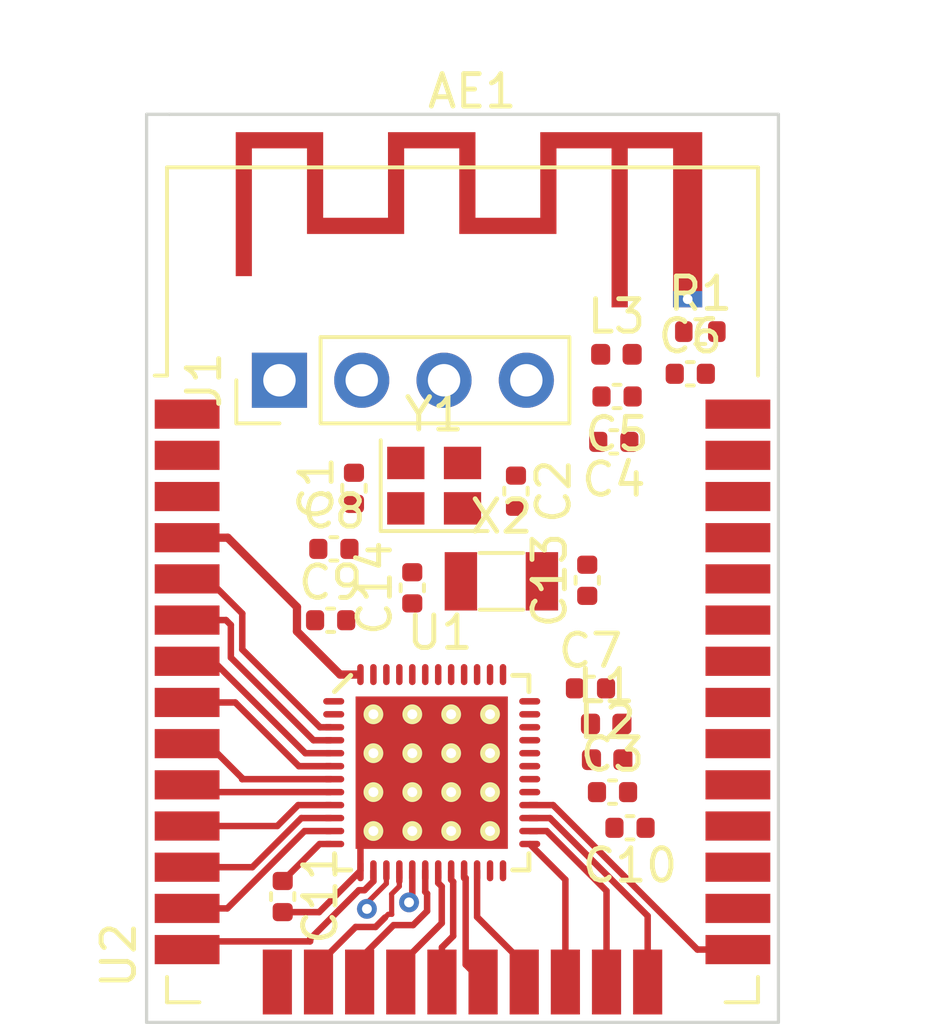
<source format=kicad_pcb>
(kicad_pcb (version 20171130) (host pcbnew 5.1.8-1.fc33)

  (general
    (thickness 1.6)
    (drawings 7)
    (tracks 102)
    (zones 0)
    (modules 23)
    (nets 46)
  )

  (page A4)
  (layers
    (0 F.Cu signal)
    (31 B.Cu signal)
    (32 B.Adhes user)
    (33 F.Adhes user)
    (34 B.Paste user)
    (35 F.Paste user)
    (36 B.SilkS user)
    (37 F.SilkS user)
    (38 B.Mask user)
    (39 F.Mask user)
    (40 Dwgs.User user)
    (41 Cmts.User user)
    (42 Eco1.User user)
    (43 Eco2.User user)
    (44 Edge.Cuts user)
    (45 Margin user)
    (46 B.CrtYd user)
    (47 F.CrtYd user)
    (48 B.Fab user)
    (49 F.Fab user)
  )

  (setup
    (last_trace_width 0.16)
    (user_trace_width 0.16)
    (user_trace_width 0.2)
    (trace_clearance 0.1524)
    (zone_clearance 0.09144)
    (zone_45_only yes)
    (trace_min 0.152)
    (via_size 0.6096)
    (via_drill 0.3048)
    (via_min_size 0.6096)
    (via_min_drill 0.3048)
    (uvia_size 0.508)
    (uvia_drill 0.127)
    (uvias_allowed no)
    (uvia_min_size 0.508)
    (uvia_min_drill 0.127)
    (edge_width 0.1)
    (segment_width 0.2)
    (pcb_text_width 0.3)
    (pcb_text_size 1.5 1.5)
    (mod_edge_width 0.15)
    (mod_text_size 1 1)
    (mod_text_width 0.15)
    (pad_size 1.2 1)
    (pad_drill 0)
    (pad_to_mask_clearance 0)
    (aux_axis_origin 0 0)
    (visible_elements 7FFCFF7F)
    (pcbplotparams
      (layerselection 0x00030_80000001)
      (usegerberextensions false)
      (usegerberattributes true)
      (usegerberadvancedattributes true)
      (creategerberjobfile true)
      (excludeedgelayer true)
      (linewidth 0.100000)
      (plotframeref false)
      (viasonmask false)
      (mode 1)
      (useauxorigin false)
      (hpglpennumber 1)
      (hpglpenspeed 20)
      (hpglpendiameter 15.000000)
      (psnegative false)
      (psa4output false)
      (plotreference true)
      (plotvalue true)
      (plotinvisibletext false)
      (padsonsilk false)
      (subtractmaskfromsilk false)
      (outputformat 1)
      (mirror false)
      (drillshape 0)
      (scaleselection 1)
      (outputdirectory "GerberOutput/"))
  )

  (net 0 "")
  (net 1 GND)
  (net 2 "Net-(C1-Pad1)")
  (net 3 "Net-(C2-Pad1)")
  (net 4 "Net-(C3-Pad1)")
  (net 5 "Net-(C5-Pad2)")
  (net 6 "Net-(C8-Pad2)")
  (net 7 "Net-(C10-Pad2)")
  (net 8 "Net-(L1-Pad2)")
  (net 9 "Net-(C13-Pad2)")
  (net 10 "Net-(C14-Pad2)")
  (net 11 "Net-(AE1-Pad1)")
  (net 12 /AVDD)
  (net 13 /SWDIO)
  (net 14 /SWCLK)
  (net 15 "Net-(AE1-Pad2)")
  (net 16 /P0.29)
  (net 17 /P0.28)
  (net 18 /P0.25)
  (net 19 /P0.24)
  (net 20 /P0.23)
  (net 21 /P0.22)
  (net 22 /P0.21)
  (net 23 /P0.20)
  (net 24 /P0.19)
  (net 25 /P0.18)
  (net 26 /P0.17)
  (net 27 /P0.16)
  (net 28 /P0.15)
  (net 29 /P0.14)
  (net 30 /P0.13)
  (net 31 /P0.12)
  (net 32 /P0.11)
  (net 33 /P0.10)
  (net 34 /P0.09)
  (net 35 /P0.08)
  (net 36 /P0.07)
  (net 37 /P0.06)
  (net 38 /P0.05)
  (net 39 /P0.04)
  (net 40 /P0.03)
  (net 41 /P0.02)
  (net 42 /P0.01)
  (net 43 /P0.00)
  (net 44 /P0.30)
  (net 45 "Net-(C4-Pad1)")

  (net_class Default "This is the default net class."
    (clearance 0.1524)
    (trace_width 0.254)
    (via_dia 0.6096)
    (via_drill 0.3048)
    (uvia_dia 0.508)
    (uvia_drill 0.127)
    (add_net /AVDD)
    (add_net /P0.00)
    (add_net /P0.01)
    (add_net /P0.02)
    (add_net /P0.03)
    (add_net /P0.04)
    (add_net /P0.05)
    (add_net /P0.06)
    (add_net /P0.07)
    (add_net /P0.08)
    (add_net /P0.09)
    (add_net /P0.10)
    (add_net /P0.11)
    (add_net /P0.12)
    (add_net /P0.13)
    (add_net /P0.14)
    (add_net /P0.15)
    (add_net /P0.16)
    (add_net /P0.17)
    (add_net /P0.18)
    (add_net /P0.19)
    (add_net /P0.20)
    (add_net /P0.21)
    (add_net /P0.22)
    (add_net /P0.23)
    (add_net /P0.24)
    (add_net /P0.25)
    (add_net /P0.28)
    (add_net /P0.29)
    (add_net /P0.30)
    (add_net /SWCLK)
    (add_net /SWDIO)
    (add_net GND)
    (add_net "Net-(AE1-Pad1)")
    (add_net "Net-(AE1-Pad2)")
    (add_net "Net-(C1-Pad1)")
    (add_net "Net-(C10-Pad2)")
    (add_net "Net-(C13-Pad2)")
    (add_net "Net-(C14-Pad2)")
    (add_net "Net-(C2-Pad1)")
    (add_net "Net-(C3-Pad1)")
    (add_net "Net-(C4-Pad1)")
    (add_net "Net-(C5-Pad2)")
    (add_net "Net-(C8-Pad2)")
    (add_net "Net-(L1-Pad2)")
    (add_net "Net-(U1-Pad2)")
    (add_net "Net-(U2-Pad32)")
    (add_net "Net-(U2-Pad35)")
    (add_net "Net-(U2-Pad36)")
    (add_net "Net-(U2-Pad37)")
  )

  (net_class "Net-(C6-Pad1)" ""
    (clearance 0.1524)
    (trace_width 0.9398)
    (via_dia 0.6096)
    (via_drill 0.3048)
    (uvia_dia 0.508)
    (uvia_drill 0.127)
  )

  (module Resistor_SMD:R_0402_1005Metric (layer F.Cu) (tedit 5F68FEEE) (tstamp 5FEA543F)
    (at 77.99 -109.2)
    (descr "Resistor SMD 0402 (1005 Metric), square (rectangular) end terminal, IPC_7351 nominal, (Body size source: IPC-SM-782 page 72, https://www.pcb-3d.com/wordpress/wp-content/uploads/ipc-sm-782a_amendment_1_and_2.pdf), generated with kicad-footprint-generator")
    (tags resistor)
    (path /5FE9F1E1)
    (attr smd)
    (fp_text reference R1 (at 0 -1.17) (layer F.SilkS)
      (effects (font (size 1 1) (thickness 0.15)))
    )
    (fp_text value 0R (at 0 1.17) (layer F.Fab)
      (effects (font (size 1 1) (thickness 0.15)))
    )
    (fp_text user %R (at 0 0) (layer F.Fab)
      (effects (font (size 0.26 0.26) (thickness 0.04)))
    )
    (fp_line (start -0.525 0.27) (end -0.525 -0.27) (layer F.Fab) (width 0.1))
    (fp_line (start -0.525 -0.27) (end 0.525 -0.27) (layer F.Fab) (width 0.1))
    (fp_line (start 0.525 -0.27) (end 0.525 0.27) (layer F.Fab) (width 0.1))
    (fp_line (start 0.525 0.27) (end -0.525 0.27) (layer F.Fab) (width 0.1))
    (fp_line (start -0.153641 -0.38) (end 0.153641 -0.38) (layer F.SilkS) (width 0.12))
    (fp_line (start -0.153641 0.38) (end 0.153641 0.38) (layer F.SilkS) (width 0.12))
    (fp_line (start -0.93 0.47) (end -0.93 -0.47) (layer F.CrtYd) (width 0.05))
    (fp_line (start -0.93 -0.47) (end 0.93 -0.47) (layer F.CrtYd) (width 0.05))
    (fp_line (start 0.93 -0.47) (end 0.93 0.47) (layer F.CrtYd) (width 0.05))
    (fp_line (start 0.93 0.47) (end -0.93 0.47) (layer F.CrtYd) (width 0.05))
    (pad 2 smd roundrect (at 0.51 0) (size 0.54 0.64) (layers F.Cu F.Paste F.Mask) (roundrect_rratio 0.25)
      (net 1 GND))
    (pad 1 smd roundrect (at -0.51 0) (size 0.54 0.64) (layers F.Cu F.Paste F.Mask) (roundrect_rratio 0.25)
      (net 15 "Net-(AE1-Pad2)"))
    (model ${KISYS3DMOD}/Resistor_SMD.3dshapes/R_0402_1005Metric.wrl
      (at (xyz 0 0 0))
      (scale (xyz 1 1 1))
      (rotate (xyz 0 0 0))
    )
  )

  (module Inductor_SMD:L_0402_1005Metric (layer F.Cu) (tedit 5F68FEF0) (tstamp 5FEA540C)
    (at 75.4 -108.5)
    (descr "Inductor SMD 0402 (1005 Metric), square (rectangular) end terminal, IPC_7351 nominal, (Body size source: http://www.tortai-tech.com/upload/download/2011102023233369053.pdf), generated with kicad-footprint-generator")
    (tags inductor)
    (path /566CC2F0)
    (attr smd)
    (fp_text reference L3 (at 0 -1.17) (layer F.SilkS)
      (effects (font (size 1 1) (thickness 0.15)))
    )
    (fp_text value 3.3nH (at 0 1.17) (layer F.Fab)
      (effects (font (size 1 1) (thickness 0.15)))
    )
    (fp_text user %R (at 0 0) (layer F.Fab)
      (effects (font (size 0.25 0.25) (thickness 0.04)))
    )
    (fp_line (start -0.5 0.25) (end -0.5 -0.25) (layer F.Fab) (width 0.1))
    (fp_line (start -0.5 -0.25) (end 0.5 -0.25) (layer F.Fab) (width 0.1))
    (fp_line (start 0.5 -0.25) (end 0.5 0.25) (layer F.Fab) (width 0.1))
    (fp_line (start 0.5 0.25) (end -0.5 0.25) (layer F.Fab) (width 0.1))
    (fp_line (start -0.93 0.47) (end -0.93 -0.47) (layer F.CrtYd) (width 0.05))
    (fp_line (start -0.93 -0.47) (end 0.93 -0.47) (layer F.CrtYd) (width 0.05))
    (fp_line (start 0.93 -0.47) (end 0.93 0.47) (layer F.CrtYd) (width 0.05))
    (fp_line (start 0.93 0.47) (end -0.93 0.47) (layer F.CrtYd) (width 0.05))
    (pad 2 smd roundrect (at 0.485 0) (size 0.59 0.64) (layers F.Cu F.Paste F.Mask) (roundrect_rratio 0.25)
      (net 11 "Net-(AE1-Pad1)"))
    (pad 1 smd roundrect (at -0.485 0) (size 0.59 0.64) (layers F.Cu F.Paste F.Mask) (roundrect_rratio 0.25)
      (net 45 "Net-(C4-Pad1)"))
    (model ${KISYS3DMOD}/Inductor_SMD.3dshapes/L_0402_1005Metric.wrl
      (at (xyz 0 0 0))
      (scale (xyz 1 1 1))
      (rotate (xyz 0 0 0))
    )
  )

  (module Inductor_SMD:L_0402_1005Metric (layer F.Cu) (tedit 5F68FEF0) (tstamp 5FEA53FB)
    (at 75.115 -96)
    (descr "Inductor SMD 0402 (1005 Metric), square (rectangular) end terminal, IPC_7351 nominal, (Body size source: http://www.tortai-tech.com/upload/download/2011102023233369053.pdf), generated with kicad-footprint-generator")
    (tags inductor)
    (path /566CC23E)
    (attr smd)
    (fp_text reference L2 (at 0 -1.17) (layer F.SilkS)
      (effects (font (size 1 1) (thickness 0.15)))
    )
    (fp_text value 27nH (at 0 1.17) (layer F.Fab)
      (effects (font (size 1 1) (thickness 0.15)))
    )
    (fp_text user %R (at 0 0) (layer F.Fab)
      (effects (font (size 0.25 0.25) (thickness 0.04)))
    )
    (fp_line (start -0.5 0.25) (end -0.5 -0.25) (layer F.Fab) (width 0.1))
    (fp_line (start -0.5 -0.25) (end 0.5 -0.25) (layer F.Fab) (width 0.1))
    (fp_line (start 0.5 -0.25) (end 0.5 0.25) (layer F.Fab) (width 0.1))
    (fp_line (start 0.5 0.25) (end -0.5 0.25) (layer F.Fab) (width 0.1))
    (fp_line (start -0.93 0.47) (end -0.93 -0.47) (layer F.CrtYd) (width 0.05))
    (fp_line (start -0.93 -0.47) (end 0.93 -0.47) (layer F.CrtYd) (width 0.05))
    (fp_line (start 0.93 -0.47) (end 0.93 0.47) (layer F.CrtYd) (width 0.05))
    (fp_line (start 0.93 0.47) (end -0.93 0.47) (layer F.CrtYd) (width 0.05))
    (pad 2 smd roundrect (at 0.485 0) (size 0.59 0.64) (layers F.Cu F.Paste F.Mask) (roundrect_rratio 0.25)
      (net 4 "Net-(C3-Pad1)"))
    (pad 1 smd roundrect (at -0.485 0) (size 0.59 0.64) (layers F.Cu F.Paste F.Mask) (roundrect_rratio 0.25)
      (net 8 "Net-(L1-Pad2)"))
    (model ${KISYS3DMOD}/Inductor_SMD.3dshapes/L_0402_1005Metric.wrl
      (at (xyz 0 0 0))
      (scale (xyz 1 1 1))
      (rotate (xyz 0 0 0))
    )
  )

  (module Inductor_SMD:L_0402_1005Metric (layer F.Cu) (tedit 5F68FEF0) (tstamp 5FEA53EA)
    (at 75.085 -97.1)
    (descr "Inductor SMD 0402 (1005 Metric), square (rectangular) end terminal, IPC_7351 nominal, (Body size source: http://www.tortai-tech.com/upload/download/2011102023233369053.pdf), generated with kicad-footprint-generator")
    (tags inductor)
    (path /566CC298)
    (attr smd)
    (fp_text reference L1 (at 0 -1.17) (layer F.SilkS)
      (effects (font (size 1 1) (thickness 0.15)))
    )
    (fp_text value 4.7nH (at 0 1.17) (layer F.Fab)
      (effects (font (size 1 1) (thickness 0.15)))
    )
    (fp_text user %R (at 0 0) (layer F.Fab)
      (effects (font (size 0.25 0.25) (thickness 0.04)))
    )
    (fp_line (start -0.5 0.25) (end -0.5 -0.25) (layer F.Fab) (width 0.1))
    (fp_line (start -0.5 -0.25) (end 0.5 -0.25) (layer F.Fab) (width 0.1))
    (fp_line (start 0.5 -0.25) (end 0.5 0.25) (layer F.Fab) (width 0.1))
    (fp_line (start 0.5 0.25) (end -0.5 0.25) (layer F.Fab) (width 0.1))
    (fp_line (start -0.93 0.47) (end -0.93 -0.47) (layer F.CrtYd) (width 0.05))
    (fp_line (start -0.93 -0.47) (end 0.93 -0.47) (layer F.CrtYd) (width 0.05))
    (fp_line (start 0.93 -0.47) (end 0.93 0.47) (layer F.CrtYd) (width 0.05))
    (fp_line (start 0.93 0.47) (end -0.93 0.47) (layer F.CrtYd) (width 0.05))
    (pad 2 smd roundrect (at 0.485 0) (size 0.59 0.64) (layers F.Cu F.Paste F.Mask) (roundrect_rratio 0.25)
      (net 8 "Net-(L1-Pad2)"))
    (pad 1 smd roundrect (at -0.485 0) (size 0.59 0.64) (layers F.Cu F.Paste F.Mask) (roundrect_rratio 0.25)
      (net 5 "Net-(C5-Pad2)"))
    (model ${KISYS3DMOD}/Inductor_SMD.3dshapes/L_0402_1005Metric.wrl
      (at (xyz 0 0 0))
      (scale (xyz 1 1 1))
      (rotate (xyz 0 0 0))
    )
  )

  (module Capacitor_SMD:C_0402_1005Metric (layer F.Cu) (tedit 5F68FEEE) (tstamp 5FEBD4CE)
    (at 69.1 -101.3 90)
    (descr "Capacitor SMD 0402 (1005 Metric), square (rectangular) end terminal, IPC_7351 nominal, (Body size source: IPC-SM-782 page 76, https://www.pcb-3d.com/wordpress/wp-content/uploads/ipc-sm-782a_amendment_1_and_2.pdf), generated with kicad-footprint-generator")
    (tags capacitor)
    (path /56D1F931)
    (attr smd)
    (fp_text reference C14 (at 0 -1.16 90) (layer F.SilkS)
      (effects (font (size 1 1) (thickness 0.15)))
    )
    (fp_text value 12pF (at 0 1.16 90) (layer F.Fab)
      (effects (font (size 1 1) (thickness 0.15)))
    )
    (fp_text user %R (at 0 0 90) (layer F.Fab)
      (effects (font (size 0.25 0.25) (thickness 0.04)))
    )
    (fp_line (start -0.5 0.25) (end -0.5 -0.25) (layer F.Fab) (width 0.1))
    (fp_line (start -0.5 -0.25) (end 0.5 -0.25) (layer F.Fab) (width 0.1))
    (fp_line (start 0.5 -0.25) (end 0.5 0.25) (layer F.Fab) (width 0.1))
    (fp_line (start 0.5 0.25) (end -0.5 0.25) (layer F.Fab) (width 0.1))
    (fp_line (start -0.107836 -0.36) (end 0.107836 -0.36) (layer F.SilkS) (width 0.12))
    (fp_line (start -0.107836 0.36) (end 0.107836 0.36) (layer F.SilkS) (width 0.12))
    (fp_line (start -0.91 0.46) (end -0.91 -0.46) (layer F.CrtYd) (width 0.05))
    (fp_line (start -0.91 -0.46) (end 0.91 -0.46) (layer F.CrtYd) (width 0.05))
    (fp_line (start 0.91 -0.46) (end 0.91 0.46) (layer F.CrtYd) (width 0.05))
    (fp_line (start 0.91 0.46) (end -0.91 0.46) (layer F.CrtYd) (width 0.05))
    (pad 2 smd roundrect (at 0.48 0 90) (size 0.56 0.62) (layers F.Cu F.Paste F.Mask) (roundrect_rratio 0.25)
      (net 10 "Net-(C14-Pad2)"))
    (pad 1 smd roundrect (at -0.48 0 90) (size 0.56 0.62) (layers F.Cu F.Paste F.Mask) (roundrect_rratio 0.25)
      (net 1 GND))
    (model ${KISYS3DMOD}/Capacitor_SMD.3dshapes/C_0402_1005Metric.wrl
      (at (xyz 0 0 0))
      (scale (xyz 1 1 1))
      (rotate (xyz 0 0 0))
    )
  )

  (module Capacitor_SMD:C_0402_1005Metric (layer F.Cu) (tedit 5F68FEEE) (tstamp 5FEA539E)
    (at 74.5 -101.5325 90)
    (descr "Capacitor SMD 0402 (1005 Metric), square (rectangular) end terminal, IPC_7351 nominal, (Body size source: IPC-SM-782 page 76, https://www.pcb-3d.com/wordpress/wp-content/uploads/ipc-sm-782a_amendment_1_and_2.pdf), generated with kicad-footprint-generator")
    (tags capacitor)
    (path /56D1F8D7)
    (attr smd)
    (fp_text reference C13 (at 0 -1.16 90) (layer F.SilkS)
      (effects (font (size 1 1) (thickness 0.15)))
    )
    (fp_text value 12pF (at 0 1.16 90) (layer F.Fab)
      (effects (font (size 1 1) (thickness 0.15)))
    )
    (fp_text user %R (at 0 0 90) (layer F.Fab)
      (effects (font (size 0.25 0.25) (thickness 0.04)))
    )
    (fp_line (start -0.5 0.25) (end -0.5 -0.25) (layer F.Fab) (width 0.1))
    (fp_line (start -0.5 -0.25) (end 0.5 -0.25) (layer F.Fab) (width 0.1))
    (fp_line (start 0.5 -0.25) (end 0.5 0.25) (layer F.Fab) (width 0.1))
    (fp_line (start 0.5 0.25) (end -0.5 0.25) (layer F.Fab) (width 0.1))
    (fp_line (start -0.107836 -0.36) (end 0.107836 -0.36) (layer F.SilkS) (width 0.12))
    (fp_line (start -0.107836 0.36) (end 0.107836 0.36) (layer F.SilkS) (width 0.12))
    (fp_line (start -0.91 0.46) (end -0.91 -0.46) (layer F.CrtYd) (width 0.05))
    (fp_line (start -0.91 -0.46) (end 0.91 -0.46) (layer F.CrtYd) (width 0.05))
    (fp_line (start 0.91 -0.46) (end 0.91 0.46) (layer F.CrtYd) (width 0.05))
    (fp_line (start 0.91 0.46) (end -0.91 0.46) (layer F.CrtYd) (width 0.05))
    (pad 2 smd roundrect (at 0.48 0 90) (size 0.56 0.62) (layers F.Cu F.Paste F.Mask) (roundrect_rratio 0.25)
      (net 9 "Net-(C13-Pad2)"))
    (pad 1 smd roundrect (at -0.48 0 90) (size 0.56 0.62) (layers F.Cu F.Paste F.Mask) (roundrect_rratio 0.25)
      (net 1 GND))
    (model ${KISYS3DMOD}/Capacitor_SMD.3dshapes/C_0402_1005Metric.wrl
      (at (xyz 0 0 0))
      (scale (xyz 1 1 1))
      (rotate (xyz 0 0 0))
    )
  )

  (module Capacitor_SMD:C_0402_1005Metric (layer F.Cu) (tedit 5F68FEEE) (tstamp 5FEA537C)
    (at 65.1 -91.78 270)
    (descr "Capacitor SMD 0402 (1005 Metric), square (rectangular) end terminal, IPC_7351 nominal, (Body size source: IPC-SM-782 page 76, https://www.pcb-3d.com/wordpress/wp-content/uploads/ipc-sm-782a_amendment_1_and_2.pdf), generated with kicad-footprint-generator")
    (tags capacitor)
    (path /566CC608)
    (attr smd)
    (fp_text reference C11 (at 0 -1.16 90) (layer F.SilkS)
      (effects (font (size 1 1) (thickness 0.15)))
    )
    (fp_text value 100nF (at 0 1.16 90) (layer F.Fab)
      (effects (font (size 1 1) (thickness 0.15)))
    )
    (fp_text user %R (at 0 0 90) (layer F.Fab)
      (effects (font (size 0.25 0.25) (thickness 0.04)))
    )
    (fp_line (start -0.5 0.25) (end -0.5 -0.25) (layer F.Fab) (width 0.1))
    (fp_line (start -0.5 -0.25) (end 0.5 -0.25) (layer F.Fab) (width 0.1))
    (fp_line (start 0.5 -0.25) (end 0.5 0.25) (layer F.Fab) (width 0.1))
    (fp_line (start 0.5 0.25) (end -0.5 0.25) (layer F.Fab) (width 0.1))
    (fp_line (start -0.107836 -0.36) (end 0.107836 -0.36) (layer F.SilkS) (width 0.12))
    (fp_line (start -0.107836 0.36) (end 0.107836 0.36) (layer F.SilkS) (width 0.12))
    (fp_line (start -0.91 0.46) (end -0.91 -0.46) (layer F.CrtYd) (width 0.05))
    (fp_line (start -0.91 -0.46) (end 0.91 -0.46) (layer F.CrtYd) (width 0.05))
    (fp_line (start 0.91 -0.46) (end 0.91 0.46) (layer F.CrtYd) (width 0.05))
    (fp_line (start 0.91 0.46) (end -0.91 0.46) (layer F.CrtYd) (width 0.05))
    (pad 2 smd roundrect (at 0.48 0 270) (size 0.56 0.62) (layers F.Cu F.Paste F.Mask) (roundrect_rratio 0.25)
      (net 1 GND))
    (pad 1 smd roundrect (at -0.48 0 270) (size 0.56 0.62) (layers F.Cu F.Paste F.Mask) (roundrect_rratio 0.25)
      (net 12 /AVDD))
    (model ${KISYS3DMOD}/Capacitor_SMD.3dshapes/C_0402_1005Metric.wrl
      (at (xyz 0 0 0))
      (scale (xyz 1 1 1))
      (rotate (xyz 0 0 0))
    )
  )

  (module Capacitor_SMD:C_0402_1005Metric (layer F.Cu) (tedit 5F68FEEE) (tstamp 5FEA536B)
    (at 75.82 -93.9 180)
    (descr "Capacitor SMD 0402 (1005 Metric), square (rectangular) end terminal, IPC_7351 nominal, (Body size source: IPC-SM-782 page 76, https://www.pcb-3d.com/wordpress/wp-content/uploads/ipc-sm-782a_amendment_1_and_2.pdf), generated with kicad-footprint-generator")
    (tags capacitor)
    (path /566CC50B)
    (attr smd)
    (fp_text reference C10 (at 0 -1.16) (layer F.SilkS)
      (effects (font (size 1 1) (thickness 0.15)))
    )
    (fp_text value 47nF (at 0 1.16) (layer F.Fab)
      (effects (font (size 1 1) (thickness 0.15)))
    )
    (fp_text user %R (at 0 0) (layer F.Fab)
      (effects (font (size 0.25 0.25) (thickness 0.04)))
    )
    (fp_line (start -0.5 0.25) (end -0.5 -0.25) (layer F.Fab) (width 0.1))
    (fp_line (start -0.5 -0.25) (end 0.5 -0.25) (layer F.Fab) (width 0.1))
    (fp_line (start 0.5 -0.25) (end 0.5 0.25) (layer F.Fab) (width 0.1))
    (fp_line (start 0.5 0.25) (end -0.5 0.25) (layer F.Fab) (width 0.1))
    (fp_line (start -0.107836 -0.36) (end 0.107836 -0.36) (layer F.SilkS) (width 0.12))
    (fp_line (start -0.107836 0.36) (end 0.107836 0.36) (layer F.SilkS) (width 0.12))
    (fp_line (start -0.91 0.46) (end -0.91 -0.46) (layer F.CrtYd) (width 0.05))
    (fp_line (start -0.91 -0.46) (end 0.91 -0.46) (layer F.CrtYd) (width 0.05))
    (fp_line (start 0.91 -0.46) (end 0.91 0.46) (layer F.CrtYd) (width 0.05))
    (fp_line (start 0.91 0.46) (end -0.91 0.46) (layer F.CrtYd) (width 0.05))
    (pad 2 smd roundrect (at 0.48 0 180) (size 0.56 0.62) (layers F.Cu F.Paste F.Mask) (roundrect_rratio 0.25)
      (net 7 "Net-(C10-Pad2)"))
    (pad 1 smd roundrect (at -0.48 0 180) (size 0.56 0.62) (layers F.Cu F.Paste F.Mask) (roundrect_rratio 0.25)
      (net 1 GND))
    (model ${KISYS3DMOD}/Capacitor_SMD.3dshapes/C_0402_1005Metric.wrl
      (at (xyz 0 0 0))
      (scale (xyz 1 1 1))
      (rotate (xyz 0 0 0))
    )
  )

  (module Capacitor_SMD:C_0402_1005Metric (layer F.Cu) (tedit 5F68FEEE) (tstamp 5FEA535A)
    (at 66.58 -100.3)
    (descr "Capacitor SMD 0402 (1005 Metric), square (rectangular) end terminal, IPC_7351 nominal, (Body size source: IPC-SM-782 page 76, https://www.pcb-3d.com/wordpress/wp-content/uploads/ipc-sm-782a_amendment_1_and_2.pdf), generated with kicad-footprint-generator")
    (tags capacitor)
    (path /566CAD24)
    (attr smd)
    (fp_text reference C9 (at 0 -1.16) (layer F.SilkS)
      (effects (font (size 1 1) (thickness 0.15)))
    )
    (fp_text value 1.0nF (at 0 1.16) (layer F.Fab)
      (effects (font (size 1 1) (thickness 0.15)))
    )
    (fp_text user %R (at 0 0) (layer F.Fab)
      (effects (font (size 0.25 0.25) (thickness 0.04)))
    )
    (fp_line (start -0.5 0.25) (end -0.5 -0.25) (layer F.Fab) (width 0.1))
    (fp_line (start -0.5 -0.25) (end 0.5 -0.25) (layer F.Fab) (width 0.1))
    (fp_line (start 0.5 -0.25) (end 0.5 0.25) (layer F.Fab) (width 0.1))
    (fp_line (start 0.5 0.25) (end -0.5 0.25) (layer F.Fab) (width 0.1))
    (fp_line (start -0.107836 -0.36) (end 0.107836 -0.36) (layer F.SilkS) (width 0.12))
    (fp_line (start -0.107836 0.36) (end 0.107836 0.36) (layer F.SilkS) (width 0.12))
    (fp_line (start -0.91 0.46) (end -0.91 -0.46) (layer F.CrtYd) (width 0.05))
    (fp_line (start -0.91 -0.46) (end 0.91 -0.46) (layer F.CrtYd) (width 0.05))
    (fp_line (start 0.91 -0.46) (end 0.91 0.46) (layer F.CrtYd) (width 0.05))
    (fp_line (start 0.91 0.46) (end -0.91 0.46) (layer F.CrtYd) (width 0.05))
    (pad 2 smd roundrect (at 0.48 0) (size 0.56 0.62) (layers F.Cu F.Paste F.Mask) (roundrect_rratio 0.25)
      (net 1 GND))
    (pad 1 smd roundrect (at -0.48 0) (size 0.56 0.62) (layers F.Cu F.Paste F.Mask) (roundrect_rratio 0.25)
      (net 12 /AVDD))
    (model ${KISYS3DMOD}/Capacitor_SMD.3dshapes/C_0402_1005Metric.wrl
      (at (xyz 0 0 0))
      (scale (xyz 1 1 1))
      (rotate (xyz 0 0 0))
    )
  )

  (module Capacitor_SMD:C_0402_1005Metric (layer F.Cu) (tedit 5F68FEEE) (tstamp 5FEA5349)
    (at 66.68 -102.5)
    (descr "Capacitor SMD 0402 (1005 Metric), square (rectangular) end terminal, IPC_7351 nominal, (Body size source: IPC-SM-782 page 76, https://www.pcb-3d.com/wordpress/wp-content/uploads/ipc-sm-782a_amendment_1_and_2.pdf), generated with kicad-footprint-generator")
    (tags capacitor)
    (path /566CC4CB)
    (attr smd)
    (fp_text reference C8 (at 0 -1.16) (layer F.SilkS)
      (effects (font (size 1 1) (thickness 0.15)))
    )
    (fp_text value 100nF (at 0 1.16) (layer F.Fab)
      (effects (font (size 1 1) (thickness 0.15)))
    )
    (fp_text user %R (at 0 0) (layer F.Fab)
      (effects (font (size 0.25 0.25) (thickness 0.04)))
    )
    (fp_line (start -0.5 0.25) (end -0.5 -0.25) (layer F.Fab) (width 0.1))
    (fp_line (start -0.5 -0.25) (end 0.5 -0.25) (layer F.Fab) (width 0.1))
    (fp_line (start 0.5 -0.25) (end 0.5 0.25) (layer F.Fab) (width 0.1))
    (fp_line (start 0.5 0.25) (end -0.5 0.25) (layer F.Fab) (width 0.1))
    (fp_line (start -0.107836 -0.36) (end 0.107836 -0.36) (layer F.SilkS) (width 0.12))
    (fp_line (start -0.107836 0.36) (end 0.107836 0.36) (layer F.SilkS) (width 0.12))
    (fp_line (start -0.91 0.46) (end -0.91 -0.46) (layer F.CrtYd) (width 0.05))
    (fp_line (start -0.91 -0.46) (end 0.91 -0.46) (layer F.CrtYd) (width 0.05))
    (fp_line (start 0.91 -0.46) (end 0.91 0.46) (layer F.CrtYd) (width 0.05))
    (fp_line (start 0.91 0.46) (end -0.91 0.46) (layer F.CrtYd) (width 0.05))
    (pad 2 smd roundrect (at 0.48 0) (size 0.56 0.62) (layers F.Cu F.Paste F.Mask) (roundrect_rratio 0.25)
      (net 6 "Net-(C8-Pad2)"))
    (pad 1 smd roundrect (at -0.48 0) (size 0.56 0.62) (layers F.Cu F.Paste F.Mask) (roundrect_rratio 0.25)
      (net 1 GND))
    (model ${KISYS3DMOD}/Capacitor_SMD.3dshapes/C_0402_1005Metric.wrl
      (at (xyz 0 0 0))
      (scale (xyz 1 1 1))
      (rotate (xyz 0 0 0))
    )
  )

  (module Capacitor_SMD:C_0402_1005Metric (layer F.Cu) (tedit 5F68FEEE) (tstamp 5FEA5338)
    (at 74.6 -98.2)
    (descr "Capacitor SMD 0402 (1005 Metric), square (rectangular) end terminal, IPC_7351 nominal, (Body size source: IPC-SM-782 page 76, https://www.pcb-3d.com/wordpress/wp-content/uploads/ipc-sm-782a_amendment_1_and_2.pdf), generated with kicad-footprint-generator")
    (tags capacitor)
    (path /566CC56A)
    (attr smd)
    (fp_text reference C7 (at 0 -1.16) (layer F.SilkS)
      (effects (font (size 1 1) (thickness 0.15)))
    )
    (fp_text value 4.7uF (at 0 1.16) (layer F.Fab)
      (effects (font (size 1 1) (thickness 0.15)))
    )
    (fp_text user %R (at 0 0) (layer F.Fab)
      (effects (font (size 0.25 0.25) (thickness 0.04)))
    )
    (fp_line (start -0.5 0.25) (end -0.5 -0.25) (layer F.Fab) (width 0.1))
    (fp_line (start -0.5 -0.25) (end 0.5 -0.25) (layer F.Fab) (width 0.1))
    (fp_line (start 0.5 -0.25) (end 0.5 0.25) (layer F.Fab) (width 0.1))
    (fp_line (start 0.5 0.25) (end -0.5 0.25) (layer F.Fab) (width 0.1))
    (fp_line (start -0.107836 -0.36) (end 0.107836 -0.36) (layer F.SilkS) (width 0.12))
    (fp_line (start -0.107836 0.36) (end 0.107836 0.36) (layer F.SilkS) (width 0.12))
    (fp_line (start -0.91 0.46) (end -0.91 -0.46) (layer F.CrtYd) (width 0.05))
    (fp_line (start -0.91 -0.46) (end 0.91 -0.46) (layer F.CrtYd) (width 0.05))
    (fp_line (start 0.91 -0.46) (end 0.91 0.46) (layer F.CrtYd) (width 0.05))
    (fp_line (start 0.91 0.46) (end -0.91 0.46) (layer F.CrtYd) (width 0.05))
    (pad 2 smd roundrect (at 0.48 0) (size 0.56 0.62) (layers F.Cu F.Paste F.Mask) (roundrect_rratio 0.25)
      (net 1 GND))
    (pad 1 smd roundrect (at -0.48 0) (size 0.56 0.62) (layers F.Cu F.Paste F.Mask) (roundrect_rratio 0.25)
      (net 12 /AVDD))
    (model ${KISYS3DMOD}/Capacitor_SMD.3dshapes/C_0402_1005Metric.wrl
      (at (xyz 0 0 0))
      (scale (xyz 1 1 1))
      (rotate (xyz 0 0 0))
    )
  )

  (module Capacitor_SMD:C_0402_1005Metric (layer F.Cu) (tedit 5F68FEEE) (tstamp 5FEA5327)
    (at 77.68 -107.9)
    (descr "Capacitor SMD 0402 (1005 Metric), square (rectangular) end terminal, IPC_7351 nominal, (Body size source: IPC-SM-782 page 76, https://www.pcb-3d.com/wordpress/wp-content/uploads/ipc-sm-782a_amendment_1_and_2.pdf), generated with kicad-footprint-generator")
    (tags capacitor)
    (path /566CCFD6)
    (attr smd)
    (fp_text reference C6 (at 0 -1.16) (layer F.SilkS)
      (effects (font (size 1 1) (thickness 0.15)))
    )
    (fp_text value 1.5pF (at 0 1.16) (layer F.Fab)
      (effects (font (size 1 1) (thickness 0.15)))
    )
    (fp_text user %R (at 0 0) (layer F.Fab)
      (effects (font (size 0.25 0.25) (thickness 0.04)))
    )
    (fp_line (start -0.5 0.25) (end -0.5 -0.25) (layer F.Fab) (width 0.1))
    (fp_line (start -0.5 -0.25) (end 0.5 -0.25) (layer F.Fab) (width 0.1))
    (fp_line (start 0.5 -0.25) (end 0.5 0.25) (layer F.Fab) (width 0.1))
    (fp_line (start 0.5 0.25) (end -0.5 0.25) (layer F.Fab) (width 0.1))
    (fp_line (start -0.107836 -0.36) (end 0.107836 -0.36) (layer F.SilkS) (width 0.12))
    (fp_line (start -0.107836 0.36) (end 0.107836 0.36) (layer F.SilkS) (width 0.12))
    (fp_line (start -0.91 0.46) (end -0.91 -0.46) (layer F.CrtYd) (width 0.05))
    (fp_line (start -0.91 -0.46) (end 0.91 -0.46) (layer F.CrtYd) (width 0.05))
    (fp_line (start 0.91 -0.46) (end 0.91 0.46) (layer F.CrtYd) (width 0.05))
    (fp_line (start 0.91 0.46) (end -0.91 0.46) (layer F.CrtYd) (width 0.05))
    (pad 2 smd roundrect (at 0.48 0) (size 0.56 0.62) (layers F.Cu F.Paste F.Mask) (roundrect_rratio 0.25)
      (net 1 GND))
    (pad 1 smd roundrect (at -0.48 0) (size 0.56 0.62) (layers F.Cu F.Paste F.Mask) (roundrect_rratio 0.25)
      (net 11 "Net-(AE1-Pad1)"))
    (model ${KISYS3DMOD}/Capacitor_SMD.3dshapes/C_0402_1005Metric.wrl
      (at (xyz 0 0 0))
      (scale (xyz 1 1 1))
      (rotate (xyz 0 0 0))
    )
  )

  (module Capacitor_SMD:C_0402_1005Metric (layer F.Cu) (tedit 5F68FEEE) (tstamp 5FEA5316)
    (at 75.42 -107.2 180)
    (descr "Capacitor SMD 0402 (1005 Metric), square (rectangular) end terminal, IPC_7351 nominal, (Body size source: IPC-SM-782 page 76, https://www.pcb-3d.com/wordpress/wp-content/uploads/ipc-sm-782a_amendment_1_and_2.pdf), generated with kicad-footprint-generator")
    (tags capacitor)
    (path /566CCB65)
    (attr smd)
    (fp_text reference C5 (at 0 -1.16) (layer F.SilkS)
      (effects (font (size 1 1) (thickness 0.15)))
    )
    (fp_text value 3.9pF (at 0 1.16) (layer F.Fab)
      (effects (font (size 1 1) (thickness 0.15)))
    )
    (fp_text user %R (at 0 0) (layer F.Fab)
      (effects (font (size 0.25 0.25) (thickness 0.04)))
    )
    (fp_line (start -0.5 0.25) (end -0.5 -0.25) (layer F.Fab) (width 0.1))
    (fp_line (start -0.5 -0.25) (end 0.5 -0.25) (layer F.Fab) (width 0.1))
    (fp_line (start 0.5 -0.25) (end 0.5 0.25) (layer F.Fab) (width 0.1))
    (fp_line (start 0.5 0.25) (end -0.5 0.25) (layer F.Fab) (width 0.1))
    (fp_line (start -0.107836 -0.36) (end 0.107836 -0.36) (layer F.SilkS) (width 0.12))
    (fp_line (start -0.107836 0.36) (end 0.107836 0.36) (layer F.SilkS) (width 0.12))
    (fp_line (start -0.91 0.46) (end -0.91 -0.46) (layer F.CrtYd) (width 0.05))
    (fp_line (start -0.91 -0.46) (end 0.91 -0.46) (layer F.CrtYd) (width 0.05))
    (fp_line (start 0.91 -0.46) (end 0.91 0.46) (layer F.CrtYd) (width 0.05))
    (fp_line (start 0.91 0.46) (end -0.91 0.46) (layer F.CrtYd) (width 0.05))
    (pad 2 smd roundrect (at 0.48 0 180) (size 0.56 0.62) (layers F.Cu F.Paste F.Mask) (roundrect_rratio 0.25)
      (net 5 "Net-(C5-Pad2)"))
    (pad 1 smd roundrect (at -0.48 0 180) (size 0.56 0.62) (layers F.Cu F.Paste F.Mask) (roundrect_rratio 0.25)
      (net 45 "Net-(C4-Pad1)"))
    (model ${KISYS3DMOD}/Capacitor_SMD.3dshapes/C_0402_1005Metric.wrl
      (at (xyz 0 0 0))
      (scale (xyz 1 1 1))
      (rotate (xyz 0 0 0))
    )
  )

  (module Capacitor_SMD:C_0402_1005Metric (layer F.Cu) (tedit 5F68FEEE) (tstamp 5FEA5305)
    (at 75.32 -105.8 180)
    (descr "Capacitor SMD 0402 (1005 Metric), square (rectangular) end terminal, IPC_7351 nominal, (Body size source: IPC-SM-782 page 76, https://www.pcb-3d.com/wordpress/wp-content/uploads/ipc-sm-782a_amendment_1_and_2.pdf), generated with kicad-footprint-generator")
    (tags capacitor)
    (path /566CCC82)
    (attr smd)
    (fp_text reference C4 (at 0 -1.16) (layer F.SilkS)
      (effects (font (size 1 1) (thickness 0.15)))
    )
    (fp_text value 1.0pF (at 0 1.16) (layer F.Fab)
      (effects (font (size 1 1) (thickness 0.15)))
    )
    (fp_text user %R (at 0 0) (layer F.Fab)
      (effects (font (size 0.25 0.25) (thickness 0.04)))
    )
    (fp_line (start -0.5 0.25) (end -0.5 -0.25) (layer F.Fab) (width 0.1))
    (fp_line (start -0.5 -0.25) (end 0.5 -0.25) (layer F.Fab) (width 0.1))
    (fp_line (start 0.5 -0.25) (end 0.5 0.25) (layer F.Fab) (width 0.1))
    (fp_line (start 0.5 0.25) (end -0.5 0.25) (layer F.Fab) (width 0.1))
    (fp_line (start -0.107836 -0.36) (end 0.107836 -0.36) (layer F.SilkS) (width 0.12))
    (fp_line (start -0.107836 0.36) (end 0.107836 0.36) (layer F.SilkS) (width 0.12))
    (fp_line (start -0.91 0.46) (end -0.91 -0.46) (layer F.CrtYd) (width 0.05))
    (fp_line (start -0.91 -0.46) (end 0.91 -0.46) (layer F.CrtYd) (width 0.05))
    (fp_line (start 0.91 -0.46) (end 0.91 0.46) (layer F.CrtYd) (width 0.05))
    (fp_line (start 0.91 0.46) (end -0.91 0.46) (layer F.CrtYd) (width 0.05))
    (pad 2 smd roundrect (at 0.48 0 180) (size 0.56 0.62) (layers F.Cu F.Paste F.Mask) (roundrect_rratio 0.25)
      (net 1 GND))
    (pad 1 smd roundrect (at -0.48 0 180) (size 0.56 0.62) (layers F.Cu F.Paste F.Mask) (roundrect_rratio 0.25)
      (net 45 "Net-(C4-Pad1)"))
    (model ${KISYS3DMOD}/Capacitor_SMD.3dshapes/C_0402_1005Metric.wrl
      (at (xyz 0 0 0))
      (scale (xyz 1 1 1))
      (rotate (xyz 0 0 0))
    )
  )

  (module Capacitor_SMD:C_0402_1005Metric (layer F.Cu) (tedit 5F68FEEE) (tstamp 5FEA52F4)
    (at 75.28 -95)
    (descr "Capacitor SMD 0402 (1005 Metric), square (rectangular) end terminal, IPC_7351 nominal, (Body size source: IPC-SM-782 page 76, https://www.pcb-3d.com/wordpress/wp-content/uploads/ipc-sm-782a_amendment_1_and_2.pdf), generated with kicad-footprint-generator")
    (tags capacitor)
    (path /566CC3D8)
    (attr smd)
    (fp_text reference C3 (at 0 -1.16) (layer F.SilkS)
      (effects (font (size 1 1) (thickness 0.15)))
    )
    (fp_text value 2.2nF (at 0 1.16) (layer F.Fab)
      (effects (font (size 1 1) (thickness 0.15)))
    )
    (fp_text user %R (at 0 0) (layer F.Fab)
      (effects (font (size 0.25 0.25) (thickness 0.04)))
    )
    (fp_line (start -0.5 0.25) (end -0.5 -0.25) (layer F.Fab) (width 0.1))
    (fp_line (start -0.5 -0.25) (end 0.5 -0.25) (layer F.Fab) (width 0.1))
    (fp_line (start 0.5 -0.25) (end 0.5 0.25) (layer F.Fab) (width 0.1))
    (fp_line (start 0.5 0.25) (end -0.5 0.25) (layer F.Fab) (width 0.1))
    (fp_line (start -0.107836 -0.36) (end 0.107836 -0.36) (layer F.SilkS) (width 0.12))
    (fp_line (start -0.107836 0.36) (end 0.107836 0.36) (layer F.SilkS) (width 0.12))
    (fp_line (start -0.91 0.46) (end -0.91 -0.46) (layer F.CrtYd) (width 0.05))
    (fp_line (start -0.91 -0.46) (end 0.91 -0.46) (layer F.CrtYd) (width 0.05))
    (fp_line (start 0.91 -0.46) (end 0.91 0.46) (layer F.CrtYd) (width 0.05))
    (fp_line (start 0.91 0.46) (end -0.91 0.46) (layer F.CrtYd) (width 0.05))
    (pad 2 smd roundrect (at 0.48 0) (size 0.56 0.62) (layers F.Cu F.Paste F.Mask) (roundrect_rratio 0.25)
      (net 1 GND))
    (pad 1 smd roundrect (at -0.48 0) (size 0.56 0.62) (layers F.Cu F.Paste F.Mask) (roundrect_rratio 0.25)
      (net 4 "Net-(C3-Pad1)"))
    (model ${KISYS3DMOD}/Capacitor_SMD.3dshapes/C_0402_1005Metric.wrl
      (at (xyz 0 0 0))
      (scale (xyz 1 1 1))
      (rotate (xyz 0 0 0))
    )
  )

  (module Capacitor_SMD:C_0402_1005Metric (layer F.Cu) (tedit 5F68FEEE) (tstamp 5FEA52E3)
    (at 72.3 -104.28 270)
    (descr "Capacitor SMD 0402 (1005 Metric), square (rectangular) end terminal, IPC_7351 nominal, (Body size source: IPC-SM-782 page 76, https://www.pcb-3d.com/wordpress/wp-content/uploads/ipc-sm-782a_amendment_1_and_2.pdf), generated with kicad-footprint-generator")
    (tags capacitor)
    (path /566CD1BB)
    (attr smd)
    (fp_text reference C2 (at 0 -1.16 90) (layer F.SilkS)
      (effects (font (size 1 1) (thickness 0.15)))
    )
    (fp_text value 12pF (at 0 1.16 90) (layer F.Fab)
      (effects (font (size 1 1) (thickness 0.15)))
    )
    (fp_text user %R (at 0 0 90) (layer F.Fab)
      (effects (font (size 0.25 0.25) (thickness 0.04)))
    )
    (fp_line (start -0.5 0.25) (end -0.5 -0.25) (layer F.Fab) (width 0.1))
    (fp_line (start -0.5 -0.25) (end 0.5 -0.25) (layer F.Fab) (width 0.1))
    (fp_line (start 0.5 -0.25) (end 0.5 0.25) (layer F.Fab) (width 0.1))
    (fp_line (start 0.5 0.25) (end -0.5 0.25) (layer F.Fab) (width 0.1))
    (fp_line (start -0.107836 -0.36) (end 0.107836 -0.36) (layer F.SilkS) (width 0.12))
    (fp_line (start -0.107836 0.36) (end 0.107836 0.36) (layer F.SilkS) (width 0.12))
    (fp_line (start -0.91 0.46) (end -0.91 -0.46) (layer F.CrtYd) (width 0.05))
    (fp_line (start -0.91 -0.46) (end 0.91 -0.46) (layer F.CrtYd) (width 0.05))
    (fp_line (start 0.91 -0.46) (end 0.91 0.46) (layer F.CrtYd) (width 0.05))
    (fp_line (start 0.91 0.46) (end -0.91 0.46) (layer F.CrtYd) (width 0.05))
    (pad 2 smd roundrect (at 0.48 0 270) (size 0.56 0.62) (layers F.Cu F.Paste F.Mask) (roundrect_rratio 0.25)
      (net 1 GND))
    (pad 1 smd roundrect (at -0.48 0 270) (size 0.56 0.62) (layers F.Cu F.Paste F.Mask) (roundrect_rratio 0.25)
      (net 3 "Net-(C2-Pad1)"))
    (model ${KISYS3DMOD}/Capacitor_SMD.3dshapes/C_0402_1005Metric.wrl
      (at (xyz 0 0 0))
      (scale (xyz 1 1 1))
      (rotate (xyz 0 0 0))
    )
  )

  (module Capacitor_SMD:C_0402_1005Metric (layer F.Cu) (tedit 5F68FEEE) (tstamp 5FEA52D2)
    (at 67.3 -104.3675 90)
    (descr "Capacitor SMD 0402 (1005 Metric), square (rectangular) end terminal, IPC_7351 nominal, (Body size source: IPC-SM-782 page 76, https://www.pcb-3d.com/wordpress/wp-content/uploads/ipc-sm-782a_amendment_1_and_2.pdf), generated with kicad-footprint-generator")
    (tags capacitor)
    (path /566CD21B)
    (attr smd)
    (fp_text reference C1 (at 0 -1.16 90) (layer F.SilkS)
      (effects (font (size 1 1) (thickness 0.15)))
    )
    (fp_text value 12pF (at 0 1.16 90) (layer F.Fab)
      (effects (font (size 1 1) (thickness 0.15)))
    )
    (fp_text user %R (at 0 0 90) (layer F.Fab)
      (effects (font (size 0.25 0.25) (thickness 0.04)))
    )
    (fp_line (start -0.5 0.25) (end -0.5 -0.25) (layer F.Fab) (width 0.1))
    (fp_line (start -0.5 -0.25) (end 0.5 -0.25) (layer F.Fab) (width 0.1))
    (fp_line (start 0.5 -0.25) (end 0.5 0.25) (layer F.Fab) (width 0.1))
    (fp_line (start 0.5 0.25) (end -0.5 0.25) (layer F.Fab) (width 0.1))
    (fp_line (start -0.107836 -0.36) (end 0.107836 -0.36) (layer F.SilkS) (width 0.12))
    (fp_line (start -0.107836 0.36) (end 0.107836 0.36) (layer F.SilkS) (width 0.12))
    (fp_line (start -0.91 0.46) (end -0.91 -0.46) (layer F.CrtYd) (width 0.05))
    (fp_line (start -0.91 -0.46) (end 0.91 -0.46) (layer F.CrtYd) (width 0.05))
    (fp_line (start 0.91 -0.46) (end 0.91 0.46) (layer F.CrtYd) (width 0.05))
    (fp_line (start 0.91 0.46) (end -0.91 0.46) (layer F.CrtYd) (width 0.05))
    (pad 2 smd roundrect (at 0.48 0 90) (size 0.56 0.62) (layers F.Cu F.Paste F.Mask) (roundrect_rratio 0.25)
      (net 1 GND))
    (pad 1 smd roundrect (at -0.48 0 90) (size 0.56 0.62) (layers F.Cu F.Paste F.Mask) (roundrect_rratio 0.25)
      (net 2 "Net-(C1-Pad1)"))
    (model ${KISYS3DMOD}/Capacitor_SMD.3dshapes/C_0402_1005Metric.wrl
      (at (xyz 0 0 0))
      (scale (xyz 1 1 1))
      (rotate (xyz 0 0 0))
    )
  )

  (module zsun-symbols:nRF51822-WROOM-32D (layer F.Cu) (tedit 5FEB3BB6) (tstamp 5FEA54FE)
    (at 70.65 -98.4)
    (descr "nRF51822 module in ESP32-WROOM-32D form factor")
    (tags "BLE Bluetooth 4.0")
    (path /5FE8DF5A)
    (attr smd)
    (fp_text reference U2 (at -10.61 8.43 90) (layer F.SilkS)
      (effects (font (size 1 1) (thickness 0.15)))
    )
    (fp_text value nRF51822-WROOM-32 (at 0 11.5) (layer F.Fab)
      (effects (font (size 1 1) (thickness 0.15)))
    )
    (fp_text user %R (at 0 0) (layer F.Fab)
      (effects (font (size 1 1) (thickness 0.15)))
    )
    (fp_text user "KEEP-OUT ZONE" (at 0 -19) (layer Cmts.User)
      (effects (font (size 1 1) (thickness 0.15)))
    )
    (fp_text user Antenna (at 0 -13) (layer Cmts.User)
      (effects (font (size 1 1) (thickness 0.15)))
    )
    (fp_text user "5 mm" (at 11.8 -14.375) (layer Cmts.User)
      (effects (font (size 0.5 0.5) (thickness 0.1)))
    )
    (fp_text user "5 mm" (at -11.2 -14.375) (layer Cmts.User)
      (effects (font (size 0.5 0.5) (thickness 0.1)))
    )
    (fp_text user "5 mm" (at 7.8 -19.075 90) (layer Cmts.User)
      (effects (font (size 0.5 0.5) (thickness 0.1)))
    )
    (fp_line (start -9.12 -9.445) (end -9.5 -9.445) (layer F.SilkS) (width 0.12))
    (fp_line (start -9.12 -15.865) (end -9.12 -9.445) (layer F.SilkS) (width 0.12))
    (fp_line (start 9.12 -15.865) (end 9.12 -9.445) (layer F.SilkS) (width 0.12))
    (fp_line (start -9.12 -15.865) (end 9.12 -15.865) (layer F.SilkS) (width 0.12))
    (fp_line (start 9.12 9.88) (end 8.12 9.88) (layer F.SilkS) (width 0.12))
    (fp_line (start 9.12 9.1) (end 9.12 9.88) (layer F.SilkS) (width 0.12))
    (fp_line (start -9.12 9.88) (end -8.12 9.88) (layer F.SilkS) (width 0.12))
    (fp_line (start -9.12 9.1) (end -9.12 9.88) (layer F.SilkS) (width 0.12))
    (fp_line (start 8.4 -20.6) (end 8.2 -20.4) (layer Cmts.User) (width 0.1))
    (fp_line (start 8.4 -16) (end 8.4 -20.6) (layer Cmts.User) (width 0.1))
    (fp_line (start 8.4 -20.6) (end 8.6 -20.4) (layer Cmts.User) (width 0.1))
    (fp_line (start 8.4 -16) (end 8.6 -16.2) (layer Cmts.User) (width 0.1))
    (fp_line (start 8.4 -16) (end 8.2 -16.2) (layer Cmts.User) (width 0.1))
    (fp_line (start -9.2 -13.875) (end -9.4 -14.075) (layer Cmts.User) (width 0.1))
    (fp_line (start -13.8 -13.875) (end -9.2 -13.875) (layer Cmts.User) (width 0.1))
    (fp_line (start -9.2 -13.875) (end -9.4 -13.675) (layer Cmts.User) (width 0.1))
    (fp_line (start -13.8 -13.875) (end -13.6 -13.675) (layer Cmts.User) (width 0.1))
    (fp_line (start -13.8 -13.875) (end -13.6 -14.075) (layer Cmts.User) (width 0.1))
    (fp_line (start 9.2 -13.875) (end 9.4 -13.675) (layer Cmts.User) (width 0.1))
    (fp_line (start 9.2 -13.875) (end 9.4 -14.075) (layer Cmts.User) (width 0.1))
    (fp_line (start 13.8 -13.875) (end 13.6 -13.675) (layer Cmts.User) (width 0.1))
    (fp_line (start 13.8 -13.875) (end 13.6 -14.075) (layer Cmts.User) (width 0.1))
    (fp_line (start 9.2 -13.875) (end 13.8 -13.875) (layer Cmts.User) (width 0.1))
    (fp_line (start 14 -11.585) (end 12 -9.97) (layer Dwgs.User) (width 0.1))
    (fp_line (start 14 -13.2) (end 10 -9.97) (layer Dwgs.User) (width 0.1))
    (fp_line (start 14 -14.815) (end 8 -9.97) (layer Dwgs.User) (width 0.1))
    (fp_line (start 14 -16.43) (end 6 -9.97) (layer Dwgs.User) (width 0.1))
    (fp_line (start 14 -18.045) (end 4 -9.97) (layer Dwgs.User) (width 0.1))
    (fp_line (start 14 -19.66) (end 2 -9.97) (layer Dwgs.User) (width 0.1))
    (fp_line (start 13.475 -20.75) (end 0 -9.97) (layer Dwgs.User) (width 0.1))
    (fp_line (start 11.475 -20.75) (end -2 -9.97) (layer Dwgs.User) (width 0.1))
    (fp_line (start 9.475 -20.75) (end -4 -9.97) (layer Dwgs.User) (width 0.1))
    (fp_line (start 7.475 -20.75) (end -6 -9.97) (layer Dwgs.User) (width 0.1))
    (fp_line (start -8 -9.97) (end 5.475 -20.75) (layer Dwgs.User) (width 0.1))
    (fp_line (start 3.475 -20.75) (end -10 -9.97) (layer Dwgs.User) (width 0.1))
    (fp_line (start 1.475 -20.75) (end -12 -9.97) (layer Dwgs.User) (width 0.1))
    (fp_line (start -0.525 -20.75) (end -14 -9.97) (layer Dwgs.User) (width 0.1))
    (fp_line (start -2.525 -20.75) (end -14 -11.585) (layer Dwgs.User) (width 0.1))
    (fp_line (start -4.525 -20.75) (end -14 -13.2) (layer Dwgs.User) (width 0.1))
    (fp_line (start -6.525 -20.75) (end -14 -14.815) (layer Dwgs.User) (width 0.1))
    (fp_line (start -8.525 -20.75) (end -14 -16.43) (layer Dwgs.User) (width 0.1))
    (fp_line (start -10.525 -20.75) (end -14 -18.045) (layer Dwgs.User) (width 0.1))
    (fp_line (start -12.525 -20.75) (end -14 -19.66) (layer Dwgs.User) (width 0.1))
    (fp_line (start 9.75 -9.72) (end 14.25 -9.72) (layer F.CrtYd) (width 0.05))
    (fp_line (start -14.25 -9.72) (end -9.75 -9.72) (layer F.CrtYd) (width 0.05))
    (fp_line (start 14.25 -21) (end 14.25 -9.72) (layer F.CrtYd) (width 0.05))
    (fp_line (start -14.25 -21) (end -14.25 -9.72) (layer F.CrtYd) (width 0.05))
    (fp_line (start 14 -20.75) (end -14 -20.75) (layer Dwgs.User) (width 0.1))
    (fp_line (start 14 -9.97) (end 14 -20.75) (layer Dwgs.User) (width 0.1))
    (fp_line (start 14 -9.97) (end -14 -9.97) (layer Dwgs.User) (width 0.1))
    (fp_line (start -9 -9.02) (end -8.5 -9.52) (layer F.Fab) (width 0.1))
    (fp_line (start -8.5 -9.52) (end -9 -10.02) (layer F.Fab) (width 0.1))
    (fp_line (start -9 -9.02) (end -9 9.76) (layer F.Fab) (width 0.1))
    (fp_line (start -14.25 -21) (end 14.25 -21) (layer F.CrtYd) (width 0.05))
    (fp_line (start 9.75 -9.72) (end 9.75 10.5) (layer F.CrtYd) (width 0.05))
    (fp_line (start -9.75 10.5) (end 9.75 10.5) (layer F.CrtYd) (width 0.05))
    (fp_line (start -9.75 10.5) (end -9.75 -9.72) (layer F.CrtYd) (width 0.05))
    (fp_line (start -9 -15.745) (end 9 -15.745) (layer F.Fab) (width 0.1))
    (fp_line (start -9 -15.745) (end -9 -10.02) (layer F.Fab) (width 0.1))
    (fp_line (start -9 9.76) (end 9 9.76) (layer F.Fab) (width 0.1))
    (fp_line (start 9 9.76) (end 9 -15.745) (layer F.Fab) (width 0.1))
    (fp_line (start -14 -9.97) (end -14 -20.75) (layer Dwgs.User) (width 0.1))
    (pad 1 smd rect (at -8.5 -8.255) (size 2 0.9) (layers F.Cu F.Paste F.Mask)
      (net 1 GND))
    (pad 2 smd rect (at -8.5 -6.985) (size 2 0.9) (layers F.Cu F.Paste F.Mask)
      (net 12 /AVDD))
    (pad 3 smd rect (at -8.5 -5.715) (size 2 0.9) (layers F.Cu F.Paste F.Mask)
      (net 13 /SWDIO))
    (pad 4 smd rect (at -8.5 -4.445) (size 2 0.9) (layers F.Cu F.Paste F.Mask)
      (net 16 /P0.29))
    (pad 5 smd rect (at -8.5 -3.175) (size 2 0.9) (layers F.Cu F.Paste F.Mask)
      (net 44 /P0.30))
    (pad 6 smd rect (at -8.5 -1.905) (size 2 0.9) (layers F.Cu F.Paste F.Mask)
      (net 43 /P0.00))
    (pad 7 smd rect (at -8.5 -0.635) (size 2 0.9) (layers F.Cu F.Paste F.Mask)
      (net 42 /P0.01))
    (pad 8 smd rect (at -8.5 0.635) (size 2 0.9) (layers F.Cu F.Paste F.Mask)
      (net 41 /P0.02))
    (pad 9 smd rect (at -8.5 1.905) (size 2 0.9) (layers F.Cu F.Paste F.Mask)
      (net 40 /P0.03))
    (pad 10 smd rect (at -8.5 3.175) (size 2 0.9) (layers F.Cu F.Paste F.Mask)
      (net 39 /P0.04))
    (pad 11 smd rect (at -8.5 4.445) (size 2 0.9) (layers F.Cu F.Paste F.Mask)
      (net 38 /P0.05))
    (pad 12 smd rect (at -8.5 5.715) (size 2 0.9) (layers F.Cu F.Paste F.Mask)
      (net 37 /P0.06))
    (pad 13 smd rect (at -8.5 6.985) (size 2 0.9) (layers F.Cu F.Paste F.Mask)
      (net 36 /P0.07))
    (pad 14 smd rect (at -8.5 8.255) (size 2 0.9) (layers F.Cu F.Paste F.Mask)
      (net 35 /P0.08))
    (pad 15 smd rect (at -5.715 9.255 90) (size 2 0.9) (layers F.Cu F.Paste F.Mask)
      (net 1 GND))
    (pad 16 smd rect (at -4.445 9.255 90) (size 2 0.9) (layers F.Cu F.Paste F.Mask)
      (net 33 /P0.10))
    (pad 17 smd rect (at -3.175 9.255 90) (size 2 0.9) (layers F.Cu F.Paste F.Mask)
      (net 31 /P0.12))
    (pad 18 smd rect (at -1.905 9.255 90) (size 2 0.9) (layers F.Cu F.Paste F.Mask)
      (net 30 /P0.13))
    (pad 19 smd rect (at -0.635 9.255 90) (size 2 0.9) (layers F.Cu F.Paste F.Mask)
      (net 29 /P0.14))
    (pad 20 smd rect (at 0.635 9.255 90) (size 2 0.9) (layers F.Cu F.Paste F.Mask)
      (net 28 /P0.15))
    (pad 21 smd rect (at 1.905 9.255 90) (size 2 0.9) (layers F.Cu F.Paste F.Mask)
      (net 27 /P0.16))
    (pad 22 smd rect (at 3.175 9.255 90) (size 2 0.9) (layers F.Cu F.Paste F.Mask)
      (net 26 /P0.17))
    (pad 23 smd rect (at 4.445 9.255 90) (size 2 0.9) (layers F.Cu F.Paste F.Mask)
      (net 25 /P0.18))
    (pad 24 smd rect (at 5.715 9.255 90) (size 2 0.9) (layers F.Cu F.Paste F.Mask)
      (net 24 /P0.19))
    (pad 25 smd rect (at 8.5 8.255) (size 2 0.9) (layers F.Cu F.Paste F.Mask)
      (net 23 /P0.20))
    (pad 26 smd rect (at 8.5 6.985) (size 2 0.9) (layers F.Cu F.Paste F.Mask)
      (net 22 /P0.21))
    (pad 27 smd rect (at 8.5 5.715) (size 2 0.9) (layers F.Cu F.Paste F.Mask)
      (net 32 /P0.11))
    (pad 28 smd rect (at 8.5 4.445) (size 2 0.9) (layers F.Cu F.Paste F.Mask)
      (net 34 /P0.09))
    (pad 29 smd rect (at 8.5 3.175) (size 2 0.9) (layers F.Cu F.Paste F.Mask)
      (net 21 /P0.22))
    (pad 30 smd rect (at 8.5 1.905) (size 2 0.9) (layers F.Cu F.Paste F.Mask)
      (net 20 /P0.23))
    (pad 31 smd rect (at 8.5 0.635) (size 2 0.9) (layers F.Cu F.Paste F.Mask)
      (net 19 /P0.24))
    (pad 32 smd rect (at 8.5 -0.635) (size 2 0.9) (layers F.Cu F.Paste F.Mask))
    (pad 33 smd rect (at 8.5 -1.905) (size 2 0.9) (layers F.Cu F.Paste F.Mask)
      (net 18 /P0.25))
    (pad 34 smd rect (at 8.5 -3.175) (size 2 0.9) (layers F.Cu F.Paste F.Mask)
      (net 17 /P0.28))
    (pad 35 smd rect (at 8.5 -4.445) (size 2 0.9) (layers F.Cu F.Paste F.Mask))
    (pad 36 smd rect (at 8.5 -5.715) (size 2 0.9) (layers F.Cu F.Paste F.Mask))
    (pad 37 smd rect (at 8.5 -6.985) (size 2 0.9) (layers F.Cu F.Paste F.Mask))
    (pad 38 smd rect (at 8.5 -8.255) (size 2 0.9) (layers F.Cu F.Paste F.Mask)
      (net 1 GND))
    (model ${KISYS3DMOD}/RF_Module.3dshapes/ESP32-WROOM-32.wrl
      (at (xyz 0 0 0))
      (scale (xyz 1 1 1))
      (rotate (xyz 0 0 0))
    )
  )

  (module Crystal:Crystal_SMD_2520-4Pin_2.5x2.0mm (layer F.Cu) (tedit 5A0FD1B2) (tstamp 5FEA6D2D)
    (at 69.775 -104.45)
    (descr "SMD Crystal SERIES SMD2520/4 http://www.newxtal.com/UploadFiles/Images/2012-11-12-09-29-09-776.pdf, 2.5x2.0mm^2 package")
    (tags "SMD SMT crystal")
    (path /5FF0E470)
    (attr smd)
    (fp_text reference Y1 (at 0 -2.2) (layer F.SilkS)
      (effects (font (size 1 1) (thickness 0.15)))
    )
    (fp_text value "16M 3225" (at 0 2.2) (layer F.Fab)
      (effects (font (size 1 1) (thickness 0.15)))
    )
    (fp_text user %R (at 0 0) (layer F.Fab)
      (effects (font (size 0.6 0.6) (thickness 0.09)))
    )
    (fp_line (start -1.15 -1) (end 1.15 -1) (layer F.Fab) (width 0.1))
    (fp_line (start 1.15 -1) (end 1.25 -0.9) (layer F.Fab) (width 0.1))
    (fp_line (start 1.25 -0.9) (end 1.25 0.9) (layer F.Fab) (width 0.1))
    (fp_line (start 1.25 0.9) (end 1.15 1) (layer F.Fab) (width 0.1))
    (fp_line (start 1.15 1) (end -1.15 1) (layer F.Fab) (width 0.1))
    (fp_line (start -1.15 1) (end -1.25 0.9) (layer F.Fab) (width 0.1))
    (fp_line (start -1.25 0.9) (end -1.25 -0.9) (layer F.Fab) (width 0.1))
    (fp_line (start -1.25 -0.9) (end -1.15 -1) (layer F.Fab) (width 0.1))
    (fp_line (start -1.25 0) (end -0.25 1) (layer F.Fab) (width 0.1))
    (fp_line (start -1.65 -1.4) (end -1.65 1.4) (layer F.SilkS) (width 0.12))
    (fp_line (start -1.65 1.4) (end 1.65 1.4) (layer F.SilkS) (width 0.12))
    (fp_line (start -1.7 -1.5) (end -1.7 1.5) (layer F.CrtYd) (width 0.05))
    (fp_line (start -1.7 1.5) (end 1.7 1.5) (layer F.CrtYd) (width 0.05))
    (fp_line (start 1.7 1.5) (end 1.7 -1.5) (layer F.CrtYd) (width 0.05))
    (fp_line (start 1.7 -1.5) (end -1.7 -1.5) (layer F.CrtYd) (width 0.05))
    (pad 4 smd rect (at -0.875 -0.7) (size 1.15 1) (layers F.Cu F.Paste F.Mask)
      (net 1 GND))
    (pad 3 smd rect (at 0.875 -0.7) (size 1.15 1) (layers F.Cu F.Paste F.Mask)
      (net 3 "Net-(C2-Pad1)"))
    (pad 2 smd rect (at 0.875 0.7) (size 1.15 1) (layers F.Cu F.Paste F.Mask)
      (net 1 GND))
    (pad 1 smd rect (at -0.875 0.7) (size 1.15 1) (layers F.Cu F.Paste F.Mask)
      (net 2 "Net-(C1-Pad1)"))
    (model ${KISYS3DMOD}/Crystal.3dshapes/Crystal_SMD_2520-4Pin_2.5x2.0mm.wrl
      (at (xyz 0 0 0))
      (scale (xyz 1 1 1))
      (rotate (xyz 0 0 0))
    )
  )

  (module RF_Antenna:Texas_SWRA117D_2.4GHz_Left (layer F.Cu) (tedit 5996792C) (tstamp 5FEA5C4D)
    (at 75.5 -110.2)
    (descr http://www.ti.com/lit/an/swra117d/swra117d.pdf)
    (tags "PCB antenna")
    (path /5FE9A7F0)
    (attr virtual)
    (fp_text reference AE1 (at -4.55 -6.41) (layer F.SilkS)
      (effects (font (size 1 1) (thickness 0.15)))
    )
    (fp_text value Antenna_Chip (at -3.95 1.21) (layer F.Fab)
      (effects (font (size 1 1) (thickness 0.15)))
    )
    (fp_line (start 3.2 -5.6) (end -12.3 -5.6) (layer F.Fab) (width 0.15))
    (fp_line (start -12.3 0.35) (end 3.2 0.35) (layer F.Fab) (width 0.15))
    (fp_line (start 3.2 0.35) (end 3.2 -5.6) (layer F.Fab) (width 0.15))
    (fp_line (start -12.3 -5.6) (end -12.3 0.35) (layer F.Fab) (width 0.15))
    (fp_line (start 3.2 0.35) (end 3.2 -5.6) (layer F.CrtYd) (width 0.05))
    (fp_line (start -12.3 0.35) (end 3.2 0.35) (layer F.CrtYd) (width 0.05))
    (fp_line (start -12.3 -5.6) (end -12.3 0.35) (layer F.CrtYd) (width 0.05))
    (fp_line (start 3.2 -5.6) (end -12.3 -5.6) (layer F.CrtYd) (width 0.05))
    (fp_line (start 3.05 -0.25) (end -12.15 -5.45) (layer Dwgs.User) (width 0.15))
    (fp_line (start 3.05 -5.45) (end -12.15 -0.25) (layer Dwgs.User) (width 0.15))
    (fp_line (start -12.15 -0.25) (end -12.15 -5.45) (layer Dwgs.User) (width 0.15))
    (fp_line (start 3.05 -0.25) (end 3.05 -5.45) (layer Dwgs.User) (width 0.15))
    (fp_line (start 3.05 -0.25) (end -12.15 -0.25) (layer Dwgs.User) (width 0.15))
    (fp_line (start 3.05 -5.45) (end -12.15 -5.45) (layer Dwgs.User) (width 0.15))
    (fp_poly (pts (xy -2.45 -2.51) (xy -4.45 -2.51) (xy -4.45 -5.15) (xy -7.15 -5.15)
      (xy -7.15 -2.51) (xy -9.15 -2.51) (xy -9.15 -5.15) (xy -11.85 -5.15)
      (xy -11.85 -0.71) (xy -11.35 -0.71) (xy -11.35 -4.65) (xy -9.65 -4.65)
      (xy -9.65 -2.01) (xy -6.65 -2.01) (xy -6.65 -4.65) (xy -4.95 -4.65)
      (xy -4.95 -2.01) (xy -1.95 -2.01) (xy -1.95 -4.65) (xy -0.25 -4.65)
      (xy -0.25 0.25) (xy 0.25 0.25) (xy 0.25 -4.65) (xy 1.65 -4.65)
      (xy 1.65 0.25) (xy 2.55 0.25) (xy 2.55 0.006785) (xy 2.247583 0.006785)
      (xy 2.237742 0.054395) (xy 2.213674 0.096797) (xy 2.175731 0.129581) (xy 2.167819 0.133935)
      (xy 2.125156 0.146043) (xy 2.076637 0.1453) (xy 2.031122 0.1324) (xy 2.012511 0.121787)
      (xy 1.978868 0.086553) (xy 1.958309 0.041368) (xy 1.951778 -0.008158) (xy 1.960218 -0.056417)
      (xy 1.977112 -0.088643) (xy 2.012372 -0.121313) (xy 2.057682 -0.141408) (xy 2.107267 -0.147982)
      (xy 2.155353 -0.140092) (xy 2.188245 -0.123186) (xy 2.223185 -0.086416) (xy 2.242847 -0.041622)
      (xy 2.247583 0.006785) (xy 2.55 0.006785) (xy 2.55 -5.15) (xy -2.45 -5.15)
      (xy -2.45 -2.51)) (layer F.Cu) (width 0))
    (fp_text user %R (at -4.55 -6.4) (layer F.Fab)
      (effects (font (size 1 1) (thickness 0.15)))
    )
    (pad 1 connect rect (at 0 0) (size 0.5 0.5) (layers F.Cu)
      (net 11 "Net-(AE1-Pad1)"))
    (pad 2 thru_hole rect (at 2.1 0) (size 0.9 0.5) (drill 0.3) (layers *.Cu)
      (net 15 "Net-(AE1-Pad2)") (zone_connect 2))
  )

  (module Crystal:Crystal_SMD_3215-2Pin_3.2x1.5mm (layer F.Cu) (tedit 5A0FD1B2) (tstamp 5FEA550F)
    (at 71.85 -101.5)
    (descr "SMD Crystal FC-135 https://support.epson.biz/td/api/doc_check.php?dl=brief_FC-135R_en.pdf")
    (tags "SMD SMT Crystal")
    (path /56D1F980)
    (attr smd)
    (fp_text reference X2 (at 0 -2) (layer F.SilkS)
      (effects (font (size 1 1) (thickness 0.15)))
    )
    (fp_text value 32.768kHz (at 0 2) (layer F.Fab)
      (effects (font (size 1 1) (thickness 0.15)))
    )
    (fp_line (start 2 -1.15) (end 2 1.15) (layer F.CrtYd) (width 0.05))
    (fp_line (start -2 -1.15) (end -2 1.15) (layer F.CrtYd) (width 0.05))
    (fp_line (start -2 1.15) (end 2 1.15) (layer F.CrtYd) (width 0.05))
    (fp_line (start -1.6 0.75) (end 1.6 0.75) (layer F.Fab) (width 0.1))
    (fp_line (start -1.6 -0.75) (end 1.6 -0.75) (layer F.Fab) (width 0.1))
    (fp_line (start 1.6 -0.75) (end 1.6 0.75) (layer F.Fab) (width 0.1))
    (fp_line (start -0.675 -0.875) (end 0.675 -0.875) (layer F.SilkS) (width 0.12))
    (fp_line (start -0.675 0.875) (end 0.675 0.875) (layer F.SilkS) (width 0.12))
    (fp_line (start -1.6 -0.75) (end -1.6 0.75) (layer F.Fab) (width 0.1))
    (fp_line (start -2 -1.15) (end 2 -1.15) (layer F.CrtYd) (width 0.05))
    (fp_text user %R (at 0 -2) (layer F.Fab)
      (effects (font (size 1 1) (thickness 0.15)))
    )
    (pad 2 smd rect (at -1.25 0) (size 1 1.8) (layers F.Cu F.Paste F.Mask)
      (net 10 "Net-(C14-Pad2)"))
    (pad 1 smd rect (at 1.25 0) (size 1 1.8) (layers F.Cu F.Paste F.Mask)
      (net 9 "Net-(C13-Pad2)"))
    (model ${KISYS3DMOD}/Crystal.3dshapes/Crystal_SMD_3215-2Pin_3.2x1.5mm.wrl
      (at (xyz 0 0 0))
      (scale (xyz 1 1 1))
      (rotate (xyz 0 0 0))
    )
  )

  (module nrf:nrf51-qfax-1ep-vias (layer F.Cu) (tedit 5671B420) (tstamp 5FEA548F)
    (at 69.7 -95.6)
    (descr "QFN, 48-Leads, Body 6,0x6,0mm (max), Pitch 0,40mm, IPC Medium Density")
    (tags "QFN 0.4")
    (path /567DBE79)
    (attr smd)
    (fp_text reference U1 (at 0.254 -4.318) (layer F.SilkS)
      (effects (font (size 1 1) (thickness 0.15)))
    )
    (fp_text value nrf51822-qfax (at 0.508 4.572) (layer F.Fab)
      (effects (font (size 1 1) (thickness 0.15)))
    )
    (fp_line (start -3.6 3.6) (end 3.6 3.6) (layer F.CrtYd) (width 0.05))
    (fp_line (start -3.6 -3.6) (end 3.6 -3.6) (layer F.CrtYd) (width 0.05))
    (fp_line (start 3.6 3.6) (end 3.6 -3.6) (layer F.CrtYd) (width 0.05))
    (fp_line (start -3.6 3.6) (end -3.6 -3.6) (layer F.CrtYd) (width 0.05))
    (fp_line (start -3 3) (end -3 2.5) (layer F.SilkS) (width 0.15))
    (fp_line (start -3 3) (end -2.5 3) (layer F.SilkS) (width 0.15))
    (fp_line (start 2.5 3) (end 3 3) (layer F.SilkS) (width 0.15))
    (fp_line (start 3 3) (end 3 2.5) (layer F.SilkS) (width 0.15))
    (fp_line (start 3 -2.5) (end 3 -3) (layer F.SilkS) (width 0.15))
    (fp_line (start 2.5 -3) (end 3 -3) (layer F.SilkS) (width 0.15))
    (fp_line (start -3 -2.5) (end -2.5 -3) (layer F.SilkS) (width 0.15))
    (pad 49 thru_hole circle (at 1.8 1.8) (size 0.6096 0.6096) (drill 0.3048) (layers *.Cu *.Mask F.SilkS)
      (net 1 GND))
    (pad 49 thru_hole circle (at 0.6 1.8) (size 0.6096 0.6096) (drill 0.3048) (layers *.Cu *.Mask F.SilkS)
      (net 1 GND))
    (pad 49 thru_hole circle (at -0.6 1.8) (size 0.6096 0.6096) (drill 0.3048) (layers *.Cu *.Mask F.SilkS)
      (net 1 GND))
    (pad 49 thru_hole circle (at -1.8 1.8) (size 0.6096 0.6096) (drill 0.3048) (layers *.Cu *.Mask F.SilkS)
      (net 1 GND))
    (pad 49 thru_hole circle (at 1.8 0.6) (size 0.6096 0.6096) (drill 0.3048) (layers *.Cu *.Mask F.SilkS)
      (net 1 GND))
    (pad 49 thru_hole circle (at 0.6 0.6) (size 0.6096 0.6096) (drill 0.3048) (layers *.Cu *.Mask F.SilkS)
      (net 1 GND))
    (pad 49 thru_hole circle (at -0.6 0.6) (size 0.6096 0.6096) (drill 0.3048) (layers *.Cu *.Mask F.SilkS)
      (net 1 GND))
    (pad 49 thru_hole circle (at -1.8 0.6) (size 0.6096 0.6096) (drill 0.3048) (layers *.Cu *.Mask F.SilkS)
      (net 1 GND))
    (pad 49 thru_hole circle (at 1.8 -0.6) (size 0.6096 0.6096) (drill 0.3048) (layers *.Cu *.Mask F.SilkS)
      (net 1 GND))
    (pad 49 thru_hole circle (at 0.6 -0.6) (size 0.6096 0.6096) (drill 0.3048) (layers *.Cu *.Mask F.SilkS)
      (net 1 GND))
    (pad 49 thru_hole circle (at -0.6 -0.6) (size 0.6096 0.6096) (drill 0.3048) (layers *.Cu *.Mask F.SilkS)
      (net 1 GND))
    (pad 49 thru_hole circle (at -1.8 -0.6) (size 0.6096 0.6096) (drill 0.3048) (layers *.Cu *.Mask F.SilkS)
      (net 1 GND))
    (pad 49 thru_hole circle (at 1.8 -1.8) (size 0.6096 0.6096) (drill 0.3048) (layers *.Cu *.Mask F.SilkS)
      (net 1 GND))
    (pad 49 thru_hole circle (at 0.6 -1.8) (size 0.6096 0.6096) (drill 0.3048) (layers *.Cu *.Mask F.SilkS)
      (net 1 GND))
    (pad 49 thru_hole circle (at -0.6 -1.8) (size 0.6096 0.6096) (drill 0.3048) (layers *.Cu *.Mask F.SilkS)
      (net 1 GND))
    (pad 49 thru_hole circle (at -1.8 -1.8) (size 0.6096 0.6096) (drill 0.3048) (layers *.Cu *.Mask F.SilkS)
      (net 1 GND))
    (pad 49 smd rect (at 0 0) (size 4.700001 4.700001) (layers F.Cu F.Paste F.Mask)
      (net 1 GND) (solder_paste_margin_ratio -0.2))
    (pad 48 smd oval (at -2.2 -3.025) (size 0.2 0.650001) (layers F.Cu F.Paste F.Mask)
      (net 16 /P0.29))
    (pad 47 smd oval (at -1.8 -3.025) (size 0.2 0.650001) (layers F.Cu F.Paste F.Mask)
      (net 17 /P0.28))
    (pad 46 smd oval (at -1.4 -3.025) (size 0.2 0.650001) (layers F.Cu F.Paste F.Mask)
      (net 10 "Net-(C14-Pad2)"))
    (pad 45 smd oval (at -1 -3.025) (size 0.2 0.650001) (layers F.Cu F.Paste F.Mask)
      (net 9 "Net-(C13-Pad2)"))
    (pad 44 smd oval (at -0.6 -3.025) (size 0.2 0.650001) (layers F.Cu F.Paste F.Mask)
      (net 18 /P0.25))
    (pad 43 smd oval (at -0.2 -3.025) (size 0.2 0.650001) (layers F.Cu F.Paste F.Mask)
      (net 19 /P0.24))
    (pad 42 smd oval (at 0.2 -3.025) (size 0.2 0.650001) (layers F.Cu F.Paste F.Mask)
      (net 20 /P0.23))
    (pad 41 smd oval (at 0.6 -3.025) (size 0.2 0.650001) (layers F.Cu F.Paste F.Mask)
      (net 21 /P0.22))
    (pad 40 smd oval (at 1 -3.025) (size 0.2 0.650001) (layers F.Cu F.Paste F.Mask)
      (net 22 /P0.21))
    (pad 39 smd oval (at 1.4 -3.025) (size 0.2 0.650001) (layers F.Cu F.Paste F.Mask)
      (net 6 "Net-(C8-Pad2)"))
    (pad 38 smd oval (at 1.8 -3.025) (size 0.2 0.650001) (layers F.Cu F.Paste F.Mask)
      (net 3 "Net-(C2-Pad1)"))
    (pad 37 smd oval (at 2.2 -3.025) (size 0.2 0.650001) (layers F.Cu F.Paste F.Mask)
      (net 2 "Net-(C1-Pad1)"))
    (pad 36 smd oval (at 3.025 -2.2 90) (size 0.2 0.650001) (layers F.Cu F.Paste F.Mask)
      (net 12 /AVDD))
    (pad 35 smd oval (at 3.025 -1.8 90) (size 0.2 0.650001) (layers F.Cu F.Paste F.Mask)
      (net 12 /AVDD))
    (pad 34 smd oval (at 3.025 -1.4 90) (size 0.2 0.650001) (layers F.Cu F.Paste F.Mask)
      (net 1 GND))
    (pad 33 smd oval (at 3.025 -1 90) (size 0.2 0.650001) (layers F.Cu F.Paste F.Mask)
      (net 1 GND))
    (pad 32 smd oval (at 3.025 -0.6 90) (size 0.2 0.650001) (layers F.Cu F.Paste F.Mask)
      (net 5 "Net-(C5-Pad2)"))
    (pad 31 smd oval (at 3.025 -0.2 90) (size 0.2 0.650001) (layers F.Cu F.Paste F.Mask)
      (net 8 "Net-(L1-Pad2)"))
    (pad 30 smd oval (at 3.025 0.2 90) (size 0.2 0.650001) (layers F.Cu F.Paste F.Mask)
      (net 4 "Net-(C3-Pad1)"))
    (pad 29 smd oval (at 3.025 0.6 90) (size 0.2 0.650001) (layers F.Cu F.Paste F.Mask)
      (net 7 "Net-(C10-Pad2)"))
    (pad 28 smd oval (at 3.025 1 90) (size 0.2 0.650001) (layers F.Cu F.Paste F.Mask)
      (net 23 /P0.20))
    (pad 27 smd oval (at 3.025 1.4 90) (size 0.2 0.650001) (layers F.Cu F.Paste F.Mask)
      (net 24 /P0.19))
    (pad 26 smd oval (at 3.025 1.8 90) (size 0.2 0.650001) (layers F.Cu F.Paste F.Mask)
      (net 25 /P0.18))
    (pad 25 smd oval (at 3.025 2.2 90) (size 0.2 0.650001) (layers F.Cu F.Paste F.Mask)
      (net 26 /P0.17))
    (pad 24 smd oval (at 2.2 3.025) (size 0.2 0.650001) (layers F.Cu F.Paste F.Mask)
      (net 14 /SWCLK))
    (pad 23 smd oval (at 1.8 3.025) (size 0.2 0.650001) (layers F.Cu F.Paste F.Mask)
      (net 13 /SWDIO))
    (pad 22 smd oval (at 1.4 3.025) (size 0.2 0.650001) (layers F.Cu F.Paste F.Mask)
      (net 27 /P0.16))
    (pad 21 smd oval (at 1 3.025) (size 0.2 0.650001) (layers F.Cu F.Paste F.Mask)
      (net 28 /P0.15))
    (pad 20 smd oval (at 0.6 3.025) (size 0.2 0.650001) (layers F.Cu F.Paste F.Mask)
      (net 29 /P0.14))
    (pad 19 smd oval (at 0.2 3.025) (size 0.2 0.650001) (layers F.Cu F.Paste F.Mask)
      (net 30 /P0.13))
    (pad 18 smd oval (at -0.2 3.025) (size 0.2 0.650001) (layers F.Cu F.Paste F.Mask)
      (net 31 /P0.12))
    (pad 17 smd oval (at -0.6 3.025) (size 0.2 0.650001) (layers F.Cu F.Paste F.Mask)
      (net 32 /P0.11))
    (pad 16 smd oval (at -1 3.025) (size 0.2 0.650001) (layers F.Cu F.Paste F.Mask)
      (net 33 /P0.10))
    (pad 15 smd oval (at -1.4 3.025) (size 0.2 0.650001) (layers F.Cu F.Paste F.Mask)
      (net 34 /P0.09))
    (pad 14 smd oval (at -1.8 3.025) (size 0.2 0.650001) (layers F.Cu F.Paste F.Mask)
      (net 35 /P0.08))
    (pad 13 smd oval (at -2.2 3.025) (size 0.2 0.650001) (layers F.Cu F.Paste F.Mask)
      (net 1 GND))
    (pad 12 smd oval (at -3.025 2.2 90) (size 0.2 0.650001) (layers F.Cu F.Paste F.Mask)
      (net 12 /AVDD))
    (pad 11 smd oval (at -3.025 1.8 90) (size 0.2 0.650001) (layers F.Cu F.Paste F.Mask)
      (net 36 /P0.07))
    (pad 10 smd oval (at -3.025 1.4 90) (size 0.2 0.650001) (layers F.Cu F.Paste F.Mask)
      (net 37 /P0.06))
    (pad 9 smd oval (at -3.025 1 90) (size 0.2 0.650001) (layers F.Cu F.Paste F.Mask)
      (net 38 /P0.05))
    (pad 8 smd oval (at -3.025 0.6 90) (size 0.2 0.650001) (layers F.Cu F.Paste F.Mask)
      (net 39 /P0.04))
    (pad 7 smd oval (at -3.025 0.2 90) (size 0.2 0.650001) (layers F.Cu F.Paste F.Mask)
      (net 40 /P0.03))
    (pad 6 smd oval (at -3.025 -0.2 90) (size 0.2 0.650001) (layers F.Cu F.Paste F.Mask)
      (net 41 /P0.02))
    (pad 5 smd oval (at -3.025 -0.6 90) (size 0.2 0.650001) (layers F.Cu F.Paste F.Mask)
      (net 42 /P0.01))
    (pad 4 smd oval (at -3.025 -1 90) (size 0.2 0.650001) (layers F.Cu F.Paste F.Mask)
      (net 43 /P0.00))
    (pad 3 smd oval (at -3.025 -1.4 90) (size 0.2 0.650001) (layers F.Cu F.Paste F.Mask)
      (net 44 /P0.30))
    (pad 2 smd oval (at -3.025 -1.8 90) (size 0.2 0.650001) (layers F.Cu F.Paste F.Mask))
    (pad 1 smd oval (at -3.025 -2.2 90) (size 0.2 0.650001) (layers F.Cu F.Paste F.Mask)
      (net 12 /AVDD))
    (model Housings_DFN_QFN.3dshapes/QFN-48-1EP_7x7mm_Pitch0.5mm.wrl
      (at (xyz 0 0 0))
      (scale (xyz 0.8 0.8 0.8))
      (rotate (xyz 0 0 0))
    )
  )

  (module Connector_PinHeader_2.54mm:PinHeader_1x04_P2.54mm_Vertical (layer F.Cu) (tedit 59FED5CC) (tstamp 5FEA53C7)
    (at 65 -107.7 90)
    (descr "Through hole straight pin header, 1x04, 2.54mm pitch, single row")
    (tags "Through hole pin header THT 1x04 2.54mm single row")
    (path /5FEAB68E)
    (fp_text reference J1 (at 0 -2.33 90) (layer F.SilkS)
      (effects (font (size 1 1) (thickness 0.15)))
    )
    (fp_text value SWD (at 0 9.95 90) (layer F.Fab)
      (effects (font (size 1 1) (thickness 0.15)))
    )
    (fp_line (start 1.8 -1.8) (end -1.8 -1.8) (layer F.CrtYd) (width 0.05))
    (fp_line (start 1.8 9.4) (end 1.8 -1.8) (layer F.CrtYd) (width 0.05))
    (fp_line (start -1.8 9.4) (end 1.8 9.4) (layer F.CrtYd) (width 0.05))
    (fp_line (start -1.8 -1.8) (end -1.8 9.4) (layer F.CrtYd) (width 0.05))
    (fp_line (start -1.33 -1.33) (end 0 -1.33) (layer F.SilkS) (width 0.12))
    (fp_line (start -1.33 0) (end -1.33 -1.33) (layer F.SilkS) (width 0.12))
    (fp_line (start -1.33 1.27) (end 1.33 1.27) (layer F.SilkS) (width 0.12))
    (fp_line (start 1.33 1.27) (end 1.33 8.95) (layer F.SilkS) (width 0.12))
    (fp_line (start -1.33 1.27) (end -1.33 8.95) (layer F.SilkS) (width 0.12))
    (fp_line (start -1.33 8.95) (end 1.33 8.95) (layer F.SilkS) (width 0.12))
    (fp_line (start -1.27 -0.635) (end -0.635 -1.27) (layer F.Fab) (width 0.1))
    (fp_line (start -1.27 8.89) (end -1.27 -0.635) (layer F.Fab) (width 0.1))
    (fp_line (start 1.27 8.89) (end -1.27 8.89) (layer F.Fab) (width 0.1))
    (fp_line (start 1.27 -1.27) (end 1.27 8.89) (layer F.Fab) (width 0.1))
    (fp_line (start -0.635 -1.27) (end 1.27 -1.27) (layer F.Fab) (width 0.1))
    (fp_text user %R (at 0 3.81) (layer F.Fab)
      (effects (font (size 1 1) (thickness 0.15)))
    )
    (pad 4 thru_hole oval (at 0 7.62 90) (size 1.7 1.7) (drill 1) (layers *.Cu *.Mask)
      (net 12 /AVDD))
    (pad 3 thru_hole oval (at 0 5.08 90) (size 1.7 1.7) (drill 1) (layers *.Cu *.Mask)
      (net 1 GND))
    (pad 2 thru_hole oval (at 0 2.54 90) (size 1.7 1.7) (drill 1) (layers *.Cu *.Mask)
      (net 13 /SWDIO))
    (pad 1 thru_hole rect (at 0 0 90) (size 1.7 1.7) (drill 1) (layers *.Cu *.Mask)
      (net 14 /SWCLK))
    (model ${KISYS3DMOD}/Connector_PinHeader_2.54mm.3dshapes/PinHeader_1x04_P2.54mm_Vertical.wrl
      (at (xyz 0 0 0))
      (scale (xyz 1 1 1))
      (rotate (xyz 0 0 0))
    )
  )

  (gr_line (start 60.9 -115.9) (end 61.6 -115.9) (layer Edge.Cuts) (width 0.1) (tstamp 5FEC2294))
  (gr_line (start 60.9 -108.1) (end 60.9 -115.9) (layer Edge.Cuts) (width 0.1))
  (gr_line (start 80.4 -115.9) (end 61.6 -115.9) (layer Edge.Cuts) (width 0.1))
  (gr_line (start 80.4 -108.1) (end 80.4 -115.9) (layer Edge.Cuts) (width 0.1))
  (gr_line (start 80.4 -87.9) (end 80.4 -108.1) (layer Edge.Cuts) (width 0.1))
  (gr_line (start 60.9 -87.9) (end 80.4 -87.9) (layer Edge.Cuts) (width 0.1))
  (gr_line (start 60.9 -108.1) (end 60.9 -87.9) (layer Edge.Cuts) (width 0.1))

  (via (at 67.7 -91.4) (size 0.6096) (drill 0.3048) (layers F.Cu B.Cu) (net 34))
  (via (at 69 -91.6) (size 0.6096) (drill 0.3048) (layers F.Cu B.Cu) (net 32))
  (segment (start 66.225 -91.3) (end 67.5 -92.575) (width 0.2) (layer F.Cu) (net 1))
  (segment (start 65.1 -91.3) (end 66.225 -91.3) (width 0.2) (layer F.Cu) (net 1))
  (segment (start 67.5 -93.4) (end 69.7 -95.6) (width 0.2) (layer F.Cu) (net 1))
  (segment (start 67.5 -92.575) (end 67.5 -93.4) (width 0.2) (layer F.Cu) (net 1))
  (segment (start 66.24 -93.4) (end 65.1 -92.26) (width 0.2) (layer F.Cu) (net 12))
  (segment (start 66.575 -93.4) (end 66.24 -93.4) (width 0.2) (layer F.Cu) (net 12))
  (segment (start 66.871864 -98.625) (end 67.4 -98.625) (width 0.254) (layer F.Cu) (net 16))
  (segment (start 65.54059 -99.956274) (end 66.871864 -98.625) (width 0.254) (layer F.Cu) (net 16))
  (segment (start 65.54059 -100.70841) (end 65.54059 -99.956274) (width 0.254) (layer F.Cu) (net 16))
  (segment (start 63.404 -102.845) (end 65.54059 -100.70841) (width 0.254) (layer F.Cu) (net 16))
  (segment (start 62.15 -102.845) (end 63.404 -102.845) (width 0.254) (layer F.Cu) (net 16))
  (segment (start 77.901764 -90.145) (end 79.15 -90.145) (width 0.2) (layer F.Cu) (net 23))
  (segment (start 73.446764 -94.6) (end 77.901764 -90.145) (width 0.2) (layer F.Cu) (net 23))
  (segment (start 72.725 -94.6) (end 73.446764 -94.6) (width 0.2) (layer F.Cu) (net 23))
  (segment (start 73.348382 -94.2) (end 72.725 -94.2) (width 0.2) (layer F.Cu) (net 24))
  (segment (start 76.365 -91.183382) (end 73.348382 -94.2) (width 0.2) (layer F.Cu) (net 24))
  (segment (start 76.365 -89.145) (end 76.365 -91.183382) (width 0.2) (layer F.Cu) (net 24))
  (segment (start 75.095 -91.955) (end 75.095 -89.145) (width 0.2) (layer F.Cu) (net 25))
  (segment (start 73.25 -93.8) (end 75.095 -91.955) (width 0.2) (layer F.Cu) (net 25))
  (segment (start 72.725 -93.8) (end 73.25 -93.8) (width 0.2) (layer F.Cu) (net 25))
  (segment (start 73.825 -92.3) (end 73.825 -89.145) (width 0.2) (layer F.Cu) (net 26))
  (segment (start 72.725 -93.4) (end 73.825 -92.3) (width 0.2) (layer F.Cu) (net 26))
  (segment (start 72.555 -89.695) (end 72.555 -89.145) (width 0.2) (layer F.Cu) (net 27))
  (segment (start 71.1 -91.15) (end 72.555 -89.695) (width 0.2) (layer F.Cu) (net 27))
  (segment (start 71.1 -92.575) (end 71.1 -91.15) (width 0.2) (layer F.Cu) (net 27))
  (segment (start 70.74759 -89.68241) (end 71.285 -89.145) (width 0.2) (layer F.Cu) (net 28))
  (segment (start 70.7 -92.396766) (end 70.74759 -92.349176) (width 0.2) (layer F.Cu) (net 28))
  (segment (start 70.74759 -92.349176) (end 70.74759 -89.68241) (width 0.2) (layer F.Cu) (net 28))
  (segment (start 70.7 -92.575) (end 70.7 -92.396766) (width 0.2) (layer F.Cu) (net 28))
  (segment (start 70.36202 -92.236363) (end 70.36202 -90.56202) (width 0.2) (layer F.Cu) (net 29))
  (segment (start 70.3 -92.298383) (end 70.36202 -92.236363) (width 0.2) (layer F.Cu) (net 29))
  (segment (start 70.3 -92.575) (end 70.3 -92.298383) (width 0.2) (layer F.Cu) (net 29))
  (segment (start 70.015 -90.215) (end 70.015 -89.145) (width 0.2) (layer F.Cu) (net 29))
  (segment (start 70.36202 -90.56202) (end 70.015 -90.215) (width 0.2) (layer F.Cu) (net 29))
  (segment (start 70.009611 -90.959611) (end 68.745 -89.695) (width 0.2) (layer F.Cu) (net 30))
  (segment (start 68.745 -89.695) (end 68.745 -89.145) (width 0.2) (layer F.Cu) (net 30))
  (segment (start 70.00961 -92.09039) (end 70.009611 -90.959611) (width 0.2) (layer F.Cu) (net 30))
  (segment (start 69.9 -92.2) (end 70.00961 -92.09039) (width 0.2) (layer F.Cu) (net 30))
  (segment (start 69.9 -92.575) (end 69.9 -92.2) (width 0.2) (layer F.Cu) (net 30))
  (segment (start 69.557201 -91.867457) (end 69.5 -91.924658) (width 0.2) (layer F.Cu) (net 31))
  (segment (start 69.557201 -91.332543) (end 69.557201 -91.867457) (width 0.2) (layer F.Cu) (net 31))
  (segment (start 69.124658 -90.9) (end 69.557201 -91.332543) (width 0.2) (layer F.Cu) (net 31))
  (segment (start 68.52304 -90.9) (end 69.124658 -90.9) (width 0.2) (layer F.Cu) (net 31))
  (segment (start 67.475 -89.85196) (end 68.52304 -90.9) (width 0.2) (layer F.Cu) (net 31))
  (segment (start 69.5 -91.924658) (end 69.5 -92.575) (width 0.2) (layer F.Cu) (net 31))
  (segment (start 67.475 -89.145) (end 67.475 -89.85196) (width 0.2) (layer F.Cu) (net 31))
  (segment (start 69.1 -91.7) (end 69 -91.6) (width 0.2) (layer F.Cu) (net 32))
  (segment (start 69.1 -92.575) (end 69.1 -91.7) (width 0.2) (layer F.Cu) (net 32))
  (segment (start 66.205 -89.695) (end 66.205 -89.145) (width 0.2) (layer F.Cu) (net 33))
  (segment (start 67.967457 -90.842799) (end 67.352799 -90.842799) (width 0.2) (layer F.Cu) (net 33))
  (segment (start 68.257201 -91.132543) (end 67.967457 -90.842799) (width 0.2) (layer F.Cu) (net 33))
  (segment (start 67.352799 -90.842799) (end 66.205 -89.695) (width 0.2) (layer F.Cu) (net 33))
  (segment (start 68.7 -92.575) (end 68.7 -92.251617) (width 0.2) (layer F.Cu) (net 33))
  (segment (start 68.462799 -91.237201) (end 68.46759 -91.23241) (width 0.16) (layer F.Cu) (net 33))
  (segment (start 68.462799 -91.857857) (end 68.462799 -91.237201) (width 0.16) (layer F.Cu) (net 33))
  (segment (start 68.7 -92.095058) (end 68.462799 -91.857857) (width 0.16) (layer F.Cu) (net 33))
  (segment (start 68.7 -92.575) (end 68.7 -92.095058) (width 0.16) (layer F.Cu) (net 33))
  (segment (start 68.357068 -91.23241) (end 68.257201 -91.132543) (width 0.16) (layer F.Cu) (net 33))
  (segment (start 68.46759 -91.23241) (end 68.357068 -91.23241) (width 0.16) (layer F.Cu) (net 33))
  (segment (start 67.7 -91.581519) (end 68.3 -92.181519) (width 0.16) (layer F.Cu) (net 34))
  (segment (start 68.3 -92.181519) (end 68.3 -92.575) (width 0.16) (layer F.Cu) (net 34))
  (segment (start 67.7 -91.4) (end 67.7 -91.581519) (width 0.16) (layer F.Cu) (net 34))
  (segment (start 62.402401 -90.397401) (end 65.945784 -90.397401) (width 0.2) (layer F.Cu) (net 35))
  (segment (start 62.15 -90.145) (end 62.402401 -90.397401) (width 0.2) (layer F.Cu) (net 35))
  (segment (start 67.9 -92.251617) (end 67.624192 -91.975809) (width 0.2) (layer F.Cu) (net 35))
  (segment (start 67.9 -92.575) (end 67.9 -92.251617) (width 0.2) (layer F.Cu) (net 35))
  (segment (start 65.945784 -90.470442) (end 65.945784 -90.397401) (width 0.2) (layer F.Cu) (net 35))
  (segment (start 67.451151 -91.975809) (end 65.945784 -90.470442) (width 0.2) (layer F.Cu) (net 35))
  (segment (start 67.624192 -91.975809) (end 67.451151 -91.975809) (width 0.2) (layer F.Cu) (net 35))
  (segment (start 63.390046 -91.415) (end 62.15 -91.415) (width 0.2) (layer F.Cu) (net 36))
  (segment (start 65.775046 -93.8) (end 63.390046 -91.415) (width 0.2) (layer F.Cu) (net 36))
  (segment (start 66.575 -93.8) (end 65.775046 -93.8) (width 0.2) (layer F.Cu) (net 36))
  (segment (start 66.575 -94.2) (end 65.676664 -94.2) (width 0.2) (layer F.Cu) (net 37))
  (segment (start 64.161664 -92.685) (end 62.15 -92.685) (width 0.2) (layer F.Cu) (net 37))
  (segment (start 65.676664 -94.2) (end 64.161664 -92.685) (width 0.2) (layer F.Cu) (net 37))
  (segment (start 66.575 -94.6) (end 65.578282 -94.6) (width 0.2) (layer F.Cu) (net 38))
  (segment (start 64.933282 -93.955) (end 62.15 -93.955) (width 0.2) (layer F.Cu) (net 38))
  (segment (start 65.578282 -94.6) (end 64.933282 -93.955) (width 0.2) (layer F.Cu) (net 38))
  (segment (start 62.375 -95) (end 62.15 -95.225) (width 0.2) (layer F.Cu) (net 39))
  (segment (start 66.575 -95) (end 62.375 -95) (width 0.2) (layer F.Cu) (net 39))
  (segment (start 66.575 -95.4) (end 63.84759 -95.4) (width 0.2) (layer F.Cu) (net 40))
  (segment (start 62.784322 -96.495) (end 62.15 -96.495) (width 0.2) (layer F.Cu) (net 40))
  (segment (start 63.84759 -95.431732) (end 62.784322 -96.495) (width 0.2) (layer F.Cu) (net 40))
  (segment (start 63.84759 -95.4) (end 63.84759 -95.431732) (width 0.2) (layer F.Cu) (net 40))
  (segment (start 66.575 -95.8) (end 65.6 -95.8) (width 0.2) (layer F.Cu) (net 41))
  (segment (start 63.635 -97.765) (end 62.15 -97.765) (width 0.2) (layer F.Cu) (net 41))
  (segment (start 65.6 -95.8) (end 63.635 -97.765) (width 0.2) (layer F.Cu) (net 41))
  (segment (start 66.575 -96.2) (end 65.8 -96.2) (width 0.2) (layer F.Cu) (net 42))
  (segment (start 62.965 -99.035) (end 62.15 -99.035) (width 0.2) (layer F.Cu) (net 42))
  (segment (start 65.8 -96.2) (end 62.965 -99.035) (width 0.2) (layer F.Cu) (net 42))
  (segment (start 66.05 -96.6) (end 63.5 -99.15) (width 0.2) (layer F.Cu) (net 43))
  (segment (start 66.575 -96.6) (end 66.05 -96.6) (width 0.2) (layer F.Cu) (net 43))
  (segment (start 63.35 -100.305) (end 62.15 -100.305) (width 0.2) (layer F.Cu) (net 43))
  (segment (start 63.5 -100.155) (end 63.35 -100.305) (width 0.2) (layer F.Cu) (net 43))
  (segment (start 63.5 -99.15) (end 63.5 -100.155) (width 0.2) (layer F.Cu) (net 43))
  (segment (start 62.784322 -101.575) (end 62.15 -101.575) (width 0.2) (layer F.Cu) (net 44))
  (segment (start 63.85241 -100.506912) (end 62.784322 -101.575) (width 0.2) (layer F.Cu) (net 44))
  (segment (start 63.85241 -99.399207) (end 63.85241 -100.506912) (width 0.2) (layer F.Cu) (net 44))
  (segment (start 66.251617 -97) (end 63.85241 -99.399207) (width 0.2) (layer F.Cu) (net 44))
  (segment (start 66.575 -97) (end 66.251617 -97) (width 0.2) (layer F.Cu) (net 44))

)

</source>
